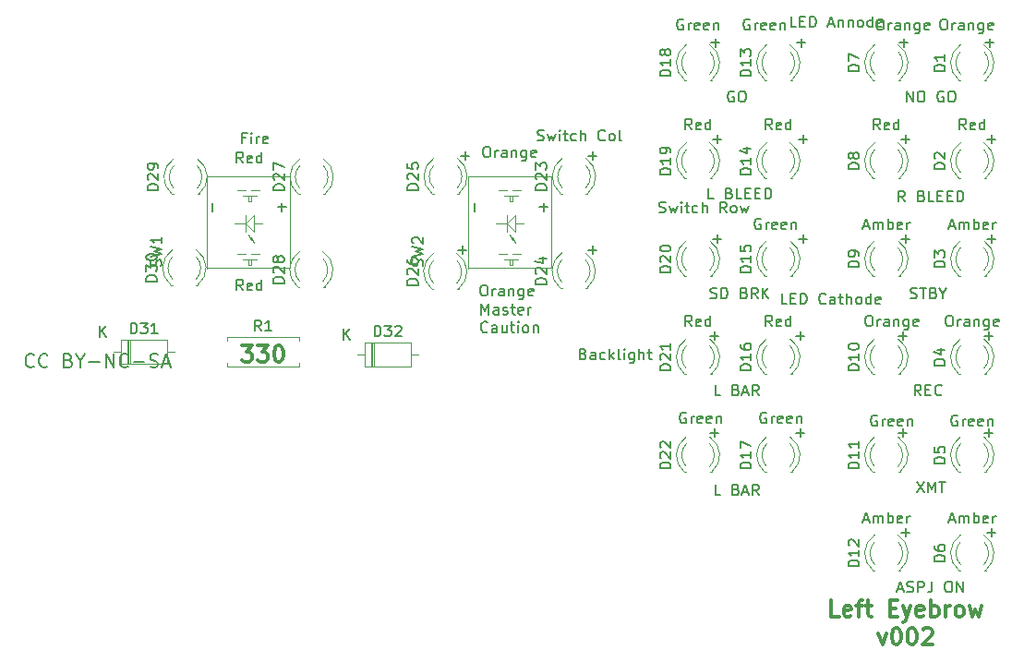
<source format=gbr>
G04 #@! TF.GenerationSoftware,KiCad,Pcbnew,(5.1.5-0-10_14)*
G04 #@! TF.CreationDate,2020-07-26T13:08:41+10:00*
G04 #@! TF.ProjectId,EWI_Left,4557495f-4c65-4667-942e-6b696361645f,-*
G04 #@! TF.SameCoordinates,Original*
G04 #@! TF.FileFunction,Legend,Top*
G04 #@! TF.FilePolarity,Positive*
%FSLAX46Y46*%
G04 Gerber Fmt 4.6, Leading zero omitted, Abs format (unit mm)*
G04 Created by KiCad (PCBNEW (5.1.5-0-10_14)) date 2020-07-26 13:08:41*
%MOMM*%
%LPD*%
G04 APERTURE LIST*
%ADD10C,0.300000*%
%ADD11C,0.150000*%
%ADD12C,0.200000*%
%ADD13C,0.120000*%
G04 APERTURE END LIST*
D10*
X122062857Y-90789571D02*
X121348571Y-90789571D01*
X121348571Y-89289571D01*
X123134285Y-90718142D02*
X122991428Y-90789571D01*
X122705714Y-90789571D01*
X122562857Y-90718142D01*
X122491428Y-90575285D01*
X122491428Y-90003857D01*
X122562857Y-89861000D01*
X122705714Y-89789571D01*
X122991428Y-89789571D01*
X123134285Y-89861000D01*
X123205714Y-90003857D01*
X123205714Y-90146714D01*
X122491428Y-90289571D01*
X123634285Y-89789571D02*
X124205714Y-89789571D01*
X123848571Y-90789571D02*
X123848571Y-89503857D01*
X123920000Y-89361000D01*
X124062857Y-89289571D01*
X124205714Y-89289571D01*
X124491428Y-89789571D02*
X125062857Y-89789571D01*
X124705714Y-89289571D02*
X124705714Y-90575285D01*
X124777142Y-90718142D01*
X124920000Y-90789571D01*
X125062857Y-90789571D01*
X126705714Y-90003857D02*
X127205714Y-90003857D01*
X127420000Y-90789571D02*
X126705714Y-90789571D01*
X126705714Y-89289571D01*
X127420000Y-89289571D01*
X127920000Y-89789571D02*
X128277142Y-90789571D01*
X128634285Y-89789571D02*
X128277142Y-90789571D01*
X128134285Y-91146714D01*
X128062857Y-91218142D01*
X127920000Y-91289571D01*
X129777142Y-90718142D02*
X129634285Y-90789571D01*
X129348571Y-90789571D01*
X129205714Y-90718142D01*
X129134285Y-90575285D01*
X129134285Y-90003857D01*
X129205714Y-89861000D01*
X129348571Y-89789571D01*
X129634285Y-89789571D01*
X129777142Y-89861000D01*
X129848571Y-90003857D01*
X129848571Y-90146714D01*
X129134285Y-90289571D01*
X130491428Y-90789571D02*
X130491428Y-89289571D01*
X130491428Y-89861000D02*
X130634285Y-89789571D01*
X130920000Y-89789571D01*
X131062857Y-89861000D01*
X131134285Y-89932428D01*
X131205714Y-90075285D01*
X131205714Y-90503857D01*
X131134285Y-90646714D01*
X131062857Y-90718142D01*
X130920000Y-90789571D01*
X130634285Y-90789571D01*
X130491428Y-90718142D01*
X131848571Y-90789571D02*
X131848571Y-89789571D01*
X131848571Y-90075285D02*
X131920000Y-89932428D01*
X131991428Y-89861000D01*
X132134285Y-89789571D01*
X132277142Y-89789571D01*
X132991428Y-90789571D02*
X132848571Y-90718142D01*
X132777142Y-90646714D01*
X132705714Y-90503857D01*
X132705714Y-90075285D01*
X132777142Y-89932428D01*
X132848571Y-89861000D01*
X132991428Y-89789571D01*
X133205714Y-89789571D01*
X133348571Y-89861000D01*
X133420000Y-89932428D01*
X133491428Y-90075285D01*
X133491428Y-90503857D01*
X133420000Y-90646714D01*
X133348571Y-90718142D01*
X133205714Y-90789571D01*
X132991428Y-90789571D01*
X133991428Y-89789571D02*
X134277142Y-90789571D01*
X134562857Y-90075285D01*
X134848571Y-90789571D01*
X135134285Y-89789571D01*
X125670000Y-92339571D02*
X126027142Y-93339571D01*
X126384285Y-92339571D01*
X127241428Y-91839571D02*
X127384285Y-91839571D01*
X127527142Y-91911000D01*
X127598571Y-91982428D01*
X127670000Y-92125285D01*
X127741428Y-92411000D01*
X127741428Y-92768142D01*
X127670000Y-93053857D01*
X127598571Y-93196714D01*
X127527142Y-93268142D01*
X127384285Y-93339571D01*
X127241428Y-93339571D01*
X127098571Y-93268142D01*
X127027142Y-93196714D01*
X126955714Y-93053857D01*
X126884285Y-92768142D01*
X126884285Y-92411000D01*
X126955714Y-92125285D01*
X127027142Y-91982428D01*
X127098571Y-91911000D01*
X127241428Y-91839571D01*
X128670000Y-91839571D02*
X128812857Y-91839571D01*
X128955714Y-91911000D01*
X129027142Y-91982428D01*
X129098571Y-92125285D01*
X129170000Y-92411000D01*
X129170000Y-92768142D01*
X129098571Y-93053857D01*
X129027142Y-93196714D01*
X128955714Y-93268142D01*
X128812857Y-93339571D01*
X128670000Y-93339571D01*
X128527142Y-93268142D01*
X128455714Y-93196714D01*
X128384285Y-93053857D01*
X128312857Y-92768142D01*
X128312857Y-92411000D01*
X128384285Y-92125285D01*
X128455714Y-91982428D01*
X128527142Y-91911000D01*
X128670000Y-91839571D01*
X129741428Y-91982428D02*
X129812857Y-91911000D01*
X129955714Y-91839571D01*
X130312857Y-91839571D01*
X130455714Y-91911000D01*
X130527142Y-91982428D01*
X130598571Y-92125285D01*
X130598571Y-92268142D01*
X130527142Y-92482428D01*
X129670000Y-93339571D01*
X130598571Y-93339571D01*
D11*
X87403047Y-48531428D02*
X88164952Y-48531428D01*
X87784000Y-48912380D02*
X87784000Y-48150476D01*
X87149047Y-57167428D02*
X87910952Y-57167428D01*
X87530000Y-57548380D02*
X87530000Y-56786476D01*
X99087047Y-57167428D02*
X99848952Y-57167428D01*
X99468000Y-57548380D02*
X99468000Y-56786476D01*
X99087047Y-48531428D02*
X99848952Y-48531428D01*
X99468000Y-48912380D02*
X99468000Y-48150476D01*
X110325655Y-38143993D02*
X111087560Y-38143993D01*
X110706608Y-38524945D02*
X110706608Y-37763041D01*
X127597655Y-38143993D02*
X128359560Y-38143993D01*
X127978608Y-38524945D02*
X127978608Y-37763041D01*
X118199655Y-38143993D02*
X118961560Y-38143993D01*
X118580608Y-38524945D02*
X118580608Y-37763041D01*
X135471655Y-38143993D02*
X136233560Y-38143993D01*
X135852608Y-38524945D02*
X135852608Y-37763041D01*
X135663047Y-47007428D02*
X136424952Y-47007428D01*
X136044000Y-47388380D02*
X136044000Y-46626476D01*
X118391047Y-47007428D02*
X119152952Y-47007428D01*
X118772000Y-47388380D02*
X118772000Y-46626476D01*
X127789047Y-47007428D02*
X128550952Y-47007428D01*
X128170000Y-47388380D02*
X128170000Y-46626476D01*
X110517047Y-47007428D02*
X111278952Y-47007428D01*
X110898000Y-47388380D02*
X110898000Y-46626476D01*
X127789047Y-56151428D02*
X128550952Y-56151428D01*
X128170000Y-56532380D02*
X128170000Y-55770476D01*
X110517047Y-56151428D02*
X111278952Y-56151428D01*
X110898000Y-56532380D02*
X110898000Y-55770476D01*
X118391047Y-56151428D02*
X119152952Y-56151428D01*
X118772000Y-56532380D02*
X118772000Y-55770476D01*
X135663047Y-56151428D02*
X136424952Y-56151428D01*
X136044000Y-56532380D02*
X136044000Y-55770476D01*
X135409047Y-65041428D02*
X136170952Y-65041428D01*
X135790000Y-65422380D02*
X135790000Y-64660476D01*
X118137047Y-65041428D02*
X118898952Y-65041428D01*
X118518000Y-65422380D02*
X118518000Y-64660476D01*
X127535047Y-65041428D02*
X128296952Y-65041428D01*
X127916000Y-65422380D02*
X127916000Y-64660476D01*
X110263047Y-65041428D02*
X111024952Y-65041428D01*
X110644000Y-65422380D02*
X110644000Y-64660476D01*
X118137047Y-73931428D02*
X118898952Y-73931428D01*
X118518000Y-74312380D02*
X118518000Y-73550476D01*
X110263047Y-73931428D02*
X111024952Y-73931428D01*
X110644000Y-74312380D02*
X110644000Y-73550476D01*
X127535047Y-73931428D02*
X128296952Y-73931428D01*
X127916000Y-74312380D02*
X127916000Y-73550476D01*
X135409047Y-73931428D02*
X136170952Y-73931428D01*
X135790000Y-74312380D02*
X135790000Y-73550476D01*
X135663047Y-83075428D02*
X136424952Y-83075428D01*
X136044000Y-83456380D02*
X136044000Y-82694476D01*
X127789047Y-83075428D02*
X128550952Y-83075428D01*
X128170000Y-83456380D02*
X128170000Y-82694476D01*
X124296761Y-81900666D02*
X124772952Y-81900666D01*
X124201523Y-82186380D02*
X124534857Y-81186380D01*
X124868190Y-82186380D01*
X125201523Y-82186380D02*
X125201523Y-81519714D01*
X125201523Y-81614952D02*
X125249142Y-81567333D01*
X125344380Y-81519714D01*
X125487238Y-81519714D01*
X125582476Y-81567333D01*
X125630095Y-81662571D01*
X125630095Y-82186380D01*
X125630095Y-81662571D02*
X125677714Y-81567333D01*
X125772952Y-81519714D01*
X125915809Y-81519714D01*
X126011047Y-81567333D01*
X126058666Y-81662571D01*
X126058666Y-82186380D01*
X126534857Y-82186380D02*
X126534857Y-81186380D01*
X126534857Y-81567333D02*
X126630095Y-81519714D01*
X126820571Y-81519714D01*
X126915809Y-81567333D01*
X126963428Y-81614952D01*
X127011047Y-81710190D01*
X127011047Y-81995904D01*
X126963428Y-82091142D01*
X126915809Y-82138761D01*
X126820571Y-82186380D01*
X126630095Y-82186380D01*
X126534857Y-82138761D01*
X127820571Y-82138761D02*
X127725333Y-82186380D01*
X127534857Y-82186380D01*
X127439619Y-82138761D01*
X127392000Y-82043523D01*
X127392000Y-81662571D01*
X127439619Y-81567333D01*
X127534857Y-81519714D01*
X127725333Y-81519714D01*
X127820571Y-81567333D01*
X127868190Y-81662571D01*
X127868190Y-81757809D01*
X127392000Y-81853047D01*
X128296761Y-82186380D02*
X128296761Y-81519714D01*
X128296761Y-81710190D02*
X128344380Y-81614952D01*
X128392000Y-81567333D01*
X128487238Y-81519714D01*
X128582476Y-81519714D01*
X132170761Y-81900666D02*
X132646952Y-81900666D01*
X132075523Y-82186380D02*
X132408857Y-81186380D01*
X132742190Y-82186380D01*
X133075523Y-82186380D02*
X133075523Y-81519714D01*
X133075523Y-81614952D02*
X133123142Y-81567333D01*
X133218380Y-81519714D01*
X133361238Y-81519714D01*
X133456476Y-81567333D01*
X133504095Y-81662571D01*
X133504095Y-82186380D01*
X133504095Y-81662571D02*
X133551714Y-81567333D01*
X133646952Y-81519714D01*
X133789809Y-81519714D01*
X133885047Y-81567333D01*
X133932666Y-81662571D01*
X133932666Y-82186380D01*
X134408857Y-82186380D02*
X134408857Y-81186380D01*
X134408857Y-81567333D02*
X134504095Y-81519714D01*
X134694571Y-81519714D01*
X134789809Y-81567333D01*
X134837428Y-81614952D01*
X134885047Y-81710190D01*
X134885047Y-81995904D01*
X134837428Y-82091142D01*
X134789809Y-82138761D01*
X134694571Y-82186380D01*
X134504095Y-82186380D01*
X134408857Y-82138761D01*
X135694571Y-82138761D02*
X135599333Y-82186380D01*
X135408857Y-82186380D01*
X135313619Y-82138761D01*
X135266000Y-82043523D01*
X135266000Y-81662571D01*
X135313619Y-81567333D01*
X135408857Y-81519714D01*
X135599333Y-81519714D01*
X135694571Y-81567333D01*
X135742190Y-81662571D01*
X135742190Y-81757809D01*
X135266000Y-81853047D01*
X136170761Y-82186380D02*
X136170761Y-81519714D01*
X136170761Y-81710190D02*
X136218380Y-81614952D01*
X136266000Y-81567333D01*
X136361238Y-81519714D01*
X136456476Y-81519714D01*
X124709523Y-63152380D02*
X124900000Y-63152380D01*
X124995238Y-63200000D01*
X125090476Y-63295238D01*
X125138095Y-63485714D01*
X125138095Y-63819047D01*
X125090476Y-64009523D01*
X124995238Y-64104761D01*
X124900000Y-64152380D01*
X124709523Y-64152380D01*
X124614285Y-64104761D01*
X124519047Y-64009523D01*
X124471428Y-63819047D01*
X124471428Y-63485714D01*
X124519047Y-63295238D01*
X124614285Y-63200000D01*
X124709523Y-63152380D01*
X125566666Y-64152380D02*
X125566666Y-63485714D01*
X125566666Y-63676190D02*
X125614285Y-63580952D01*
X125661904Y-63533333D01*
X125757142Y-63485714D01*
X125852380Y-63485714D01*
X126614285Y-64152380D02*
X126614285Y-63628571D01*
X126566666Y-63533333D01*
X126471428Y-63485714D01*
X126280952Y-63485714D01*
X126185714Y-63533333D01*
X126614285Y-64104761D02*
X126519047Y-64152380D01*
X126280952Y-64152380D01*
X126185714Y-64104761D01*
X126138095Y-64009523D01*
X126138095Y-63914285D01*
X126185714Y-63819047D01*
X126280952Y-63771428D01*
X126519047Y-63771428D01*
X126614285Y-63723809D01*
X127090476Y-63485714D02*
X127090476Y-64152380D01*
X127090476Y-63580952D02*
X127138095Y-63533333D01*
X127233333Y-63485714D01*
X127376190Y-63485714D01*
X127471428Y-63533333D01*
X127519047Y-63628571D01*
X127519047Y-64152380D01*
X128423809Y-63485714D02*
X128423809Y-64295238D01*
X128376190Y-64390476D01*
X128328571Y-64438095D01*
X128233333Y-64485714D01*
X128090476Y-64485714D01*
X127995238Y-64438095D01*
X128423809Y-64104761D02*
X128328571Y-64152380D01*
X128138095Y-64152380D01*
X128042857Y-64104761D01*
X127995238Y-64057142D01*
X127947619Y-63961904D01*
X127947619Y-63676190D01*
X127995238Y-63580952D01*
X128042857Y-63533333D01*
X128138095Y-63485714D01*
X128328571Y-63485714D01*
X128423809Y-63533333D01*
X129280952Y-64104761D02*
X129185714Y-64152380D01*
X128995238Y-64152380D01*
X128900000Y-64104761D01*
X128852380Y-64009523D01*
X128852380Y-63628571D01*
X128900000Y-63533333D01*
X128995238Y-63485714D01*
X129185714Y-63485714D01*
X129280952Y-63533333D01*
X129328571Y-63628571D01*
X129328571Y-63723809D01*
X128852380Y-63819047D01*
X132075523Y-63152380D02*
X132266000Y-63152380D01*
X132361238Y-63200000D01*
X132456476Y-63295238D01*
X132504095Y-63485714D01*
X132504095Y-63819047D01*
X132456476Y-64009523D01*
X132361238Y-64104761D01*
X132266000Y-64152380D01*
X132075523Y-64152380D01*
X131980285Y-64104761D01*
X131885047Y-64009523D01*
X131837428Y-63819047D01*
X131837428Y-63485714D01*
X131885047Y-63295238D01*
X131980285Y-63200000D01*
X132075523Y-63152380D01*
X132932666Y-64152380D02*
X132932666Y-63485714D01*
X132932666Y-63676190D02*
X132980285Y-63580952D01*
X133027904Y-63533333D01*
X133123142Y-63485714D01*
X133218380Y-63485714D01*
X133980285Y-64152380D02*
X133980285Y-63628571D01*
X133932666Y-63533333D01*
X133837428Y-63485714D01*
X133646952Y-63485714D01*
X133551714Y-63533333D01*
X133980285Y-64104761D02*
X133885047Y-64152380D01*
X133646952Y-64152380D01*
X133551714Y-64104761D01*
X133504095Y-64009523D01*
X133504095Y-63914285D01*
X133551714Y-63819047D01*
X133646952Y-63771428D01*
X133885047Y-63771428D01*
X133980285Y-63723809D01*
X134456476Y-63485714D02*
X134456476Y-64152380D01*
X134456476Y-63580952D02*
X134504095Y-63533333D01*
X134599333Y-63485714D01*
X134742190Y-63485714D01*
X134837428Y-63533333D01*
X134885047Y-63628571D01*
X134885047Y-64152380D01*
X135789809Y-63485714D02*
X135789809Y-64295238D01*
X135742190Y-64390476D01*
X135694571Y-64438095D01*
X135599333Y-64485714D01*
X135456476Y-64485714D01*
X135361238Y-64438095D01*
X135789809Y-64104761D02*
X135694571Y-64152380D01*
X135504095Y-64152380D01*
X135408857Y-64104761D01*
X135361238Y-64057142D01*
X135313619Y-63961904D01*
X135313619Y-63676190D01*
X135361238Y-63580952D01*
X135408857Y-63533333D01*
X135504095Y-63485714D01*
X135694571Y-63485714D01*
X135789809Y-63533333D01*
X136646952Y-64104761D02*
X136551714Y-64152380D01*
X136361238Y-64152380D01*
X136266000Y-64104761D01*
X136218380Y-64009523D01*
X136218380Y-63628571D01*
X136266000Y-63533333D01*
X136361238Y-63485714D01*
X136551714Y-63485714D01*
X136646952Y-63533333D01*
X136694571Y-63628571D01*
X136694571Y-63723809D01*
X136218380Y-63819047D01*
X132908857Y-72344000D02*
X132813619Y-72296380D01*
X132670761Y-72296380D01*
X132527904Y-72344000D01*
X132432666Y-72439238D01*
X132385047Y-72534476D01*
X132337428Y-72724952D01*
X132337428Y-72867809D01*
X132385047Y-73058285D01*
X132432666Y-73153523D01*
X132527904Y-73248761D01*
X132670761Y-73296380D01*
X132766000Y-73296380D01*
X132908857Y-73248761D01*
X132956476Y-73201142D01*
X132956476Y-72867809D01*
X132766000Y-72867809D01*
X133385047Y-73296380D02*
X133385047Y-72629714D01*
X133385047Y-72820190D02*
X133432666Y-72724952D01*
X133480285Y-72677333D01*
X133575523Y-72629714D01*
X133670761Y-72629714D01*
X134385047Y-73248761D02*
X134289809Y-73296380D01*
X134099333Y-73296380D01*
X134004095Y-73248761D01*
X133956476Y-73153523D01*
X133956476Y-72772571D01*
X134004095Y-72677333D01*
X134099333Y-72629714D01*
X134289809Y-72629714D01*
X134385047Y-72677333D01*
X134432666Y-72772571D01*
X134432666Y-72867809D01*
X133956476Y-72963047D01*
X135242190Y-73248761D02*
X135146952Y-73296380D01*
X134956476Y-73296380D01*
X134861238Y-73248761D01*
X134813619Y-73153523D01*
X134813619Y-72772571D01*
X134861238Y-72677333D01*
X134956476Y-72629714D01*
X135146952Y-72629714D01*
X135242190Y-72677333D01*
X135289809Y-72772571D01*
X135289809Y-72867809D01*
X134813619Y-72963047D01*
X135718380Y-72629714D02*
X135718380Y-73296380D01*
X135718380Y-72724952D02*
X135766000Y-72677333D01*
X135861238Y-72629714D01*
X136004095Y-72629714D01*
X136099333Y-72677333D01*
X136146952Y-72772571D01*
X136146952Y-73296380D01*
X125542857Y-72344000D02*
X125447619Y-72296380D01*
X125304761Y-72296380D01*
X125161904Y-72344000D01*
X125066666Y-72439238D01*
X125019047Y-72534476D01*
X124971428Y-72724952D01*
X124971428Y-72867809D01*
X125019047Y-73058285D01*
X125066666Y-73153523D01*
X125161904Y-73248761D01*
X125304761Y-73296380D01*
X125400000Y-73296380D01*
X125542857Y-73248761D01*
X125590476Y-73201142D01*
X125590476Y-72867809D01*
X125400000Y-72867809D01*
X126019047Y-73296380D02*
X126019047Y-72629714D01*
X126019047Y-72820190D02*
X126066666Y-72724952D01*
X126114285Y-72677333D01*
X126209523Y-72629714D01*
X126304761Y-72629714D01*
X127019047Y-73248761D02*
X126923809Y-73296380D01*
X126733333Y-73296380D01*
X126638095Y-73248761D01*
X126590476Y-73153523D01*
X126590476Y-72772571D01*
X126638095Y-72677333D01*
X126733333Y-72629714D01*
X126923809Y-72629714D01*
X127019047Y-72677333D01*
X127066666Y-72772571D01*
X127066666Y-72867809D01*
X126590476Y-72963047D01*
X127876190Y-73248761D02*
X127780952Y-73296380D01*
X127590476Y-73296380D01*
X127495238Y-73248761D01*
X127447619Y-73153523D01*
X127447619Y-72772571D01*
X127495238Y-72677333D01*
X127590476Y-72629714D01*
X127780952Y-72629714D01*
X127876190Y-72677333D01*
X127923809Y-72772571D01*
X127923809Y-72867809D01*
X127447619Y-72963047D01*
X128352380Y-72629714D02*
X128352380Y-73296380D01*
X128352380Y-72724952D02*
X128400000Y-72677333D01*
X128495238Y-72629714D01*
X128638095Y-72629714D01*
X128733333Y-72677333D01*
X128780952Y-72772571D01*
X128780952Y-73296380D01*
X111176000Y-79646380D02*
X110699809Y-79646380D01*
X110699809Y-78646380D01*
X112604571Y-79122571D02*
X112747428Y-79170190D01*
X112795047Y-79217809D01*
X112842666Y-79313047D01*
X112842666Y-79455904D01*
X112795047Y-79551142D01*
X112747428Y-79598761D01*
X112652190Y-79646380D01*
X112271238Y-79646380D01*
X112271238Y-78646380D01*
X112604571Y-78646380D01*
X112699809Y-78694000D01*
X112747428Y-78741619D01*
X112795047Y-78836857D01*
X112795047Y-78932095D01*
X112747428Y-79027333D01*
X112699809Y-79074952D01*
X112604571Y-79122571D01*
X112271238Y-79122571D01*
X113223619Y-79360666D02*
X113699809Y-79360666D01*
X113128380Y-79646380D02*
X113461714Y-78646380D01*
X113795047Y-79646380D01*
X114699809Y-79646380D02*
X114366476Y-79170190D01*
X114128380Y-79646380D02*
X114128380Y-78646380D01*
X114509333Y-78646380D01*
X114604571Y-78694000D01*
X114652190Y-78741619D01*
X114699809Y-78836857D01*
X114699809Y-78979714D01*
X114652190Y-79074952D01*
X114604571Y-79122571D01*
X114509333Y-79170190D01*
X114128380Y-79170190D01*
X115914571Y-64152380D02*
X115581238Y-63676190D01*
X115343142Y-64152380D02*
X115343142Y-63152380D01*
X115724095Y-63152380D01*
X115819333Y-63200000D01*
X115866952Y-63247619D01*
X115914571Y-63342857D01*
X115914571Y-63485714D01*
X115866952Y-63580952D01*
X115819333Y-63628571D01*
X115724095Y-63676190D01*
X115343142Y-63676190D01*
X116724095Y-64104761D02*
X116628857Y-64152380D01*
X116438380Y-64152380D01*
X116343142Y-64104761D01*
X116295523Y-64009523D01*
X116295523Y-63628571D01*
X116343142Y-63533333D01*
X116438380Y-63485714D01*
X116628857Y-63485714D01*
X116724095Y-63533333D01*
X116771714Y-63628571D01*
X116771714Y-63723809D01*
X116295523Y-63819047D01*
X117628857Y-64152380D02*
X117628857Y-63152380D01*
X117628857Y-64104761D02*
X117533619Y-64152380D01*
X117343142Y-64152380D01*
X117247904Y-64104761D01*
X117200285Y-64057142D01*
X117152666Y-63961904D01*
X117152666Y-63676190D01*
X117200285Y-63580952D01*
X117247904Y-63533333D01*
X117343142Y-63485714D01*
X117533619Y-63485714D01*
X117628857Y-63533333D01*
X127432190Y-88250666D02*
X127908380Y-88250666D01*
X127336952Y-88536380D02*
X127670285Y-87536380D01*
X128003619Y-88536380D01*
X128289333Y-88488761D02*
X128432190Y-88536380D01*
X128670285Y-88536380D01*
X128765523Y-88488761D01*
X128813142Y-88441142D01*
X128860761Y-88345904D01*
X128860761Y-88250666D01*
X128813142Y-88155428D01*
X128765523Y-88107809D01*
X128670285Y-88060190D01*
X128479809Y-88012571D01*
X128384571Y-87964952D01*
X128336952Y-87917333D01*
X128289333Y-87822095D01*
X128289333Y-87726857D01*
X128336952Y-87631619D01*
X128384571Y-87584000D01*
X128479809Y-87536380D01*
X128717904Y-87536380D01*
X128860761Y-87584000D01*
X129289333Y-88536380D02*
X129289333Y-87536380D01*
X129670285Y-87536380D01*
X129765523Y-87584000D01*
X129813142Y-87631619D01*
X129860761Y-87726857D01*
X129860761Y-87869714D01*
X129813142Y-87964952D01*
X129765523Y-88012571D01*
X129670285Y-88060190D01*
X129289333Y-88060190D01*
X130575047Y-87536380D02*
X130575047Y-88250666D01*
X130527428Y-88393523D01*
X130432190Y-88488761D01*
X130289333Y-88536380D01*
X130194095Y-88536380D01*
X132003619Y-87536380D02*
X132194095Y-87536380D01*
X132289333Y-87584000D01*
X132384571Y-87679238D01*
X132432190Y-87869714D01*
X132432190Y-88203047D01*
X132384571Y-88393523D01*
X132289333Y-88488761D01*
X132194095Y-88536380D01*
X132003619Y-88536380D01*
X131908380Y-88488761D01*
X131813142Y-88393523D01*
X131765523Y-88203047D01*
X131765523Y-87869714D01*
X131813142Y-87679238D01*
X131908380Y-87584000D01*
X132003619Y-87536380D01*
X132860761Y-88536380D02*
X132860761Y-87536380D01*
X133432190Y-88536380D01*
X133432190Y-87536380D01*
X129170285Y-78392380D02*
X129836952Y-79392380D01*
X129836952Y-78392380D02*
X129170285Y-79392380D01*
X130217904Y-79392380D02*
X130217904Y-78392380D01*
X130551238Y-79106666D01*
X130884571Y-78392380D01*
X130884571Y-79392380D01*
X131217904Y-78392380D02*
X131789333Y-78392380D01*
X131503619Y-79392380D02*
X131503619Y-78392380D01*
X129559142Y-70502380D02*
X129225809Y-70026190D01*
X128987714Y-70502380D02*
X128987714Y-69502380D01*
X129368666Y-69502380D01*
X129463904Y-69550000D01*
X129511523Y-69597619D01*
X129559142Y-69692857D01*
X129559142Y-69835714D01*
X129511523Y-69930952D01*
X129463904Y-69978571D01*
X129368666Y-70026190D01*
X128987714Y-70026190D01*
X129987714Y-69978571D02*
X130321047Y-69978571D01*
X130463904Y-70502380D02*
X129987714Y-70502380D01*
X129987714Y-69502380D01*
X130463904Y-69502380D01*
X131463904Y-70407142D02*
X131416285Y-70454761D01*
X131273428Y-70502380D01*
X131178190Y-70502380D01*
X131035333Y-70454761D01*
X130940095Y-70359523D01*
X130892476Y-70264285D01*
X130844857Y-70073809D01*
X130844857Y-69930952D01*
X130892476Y-69740476D01*
X130940095Y-69645238D01*
X131035333Y-69550000D01*
X131178190Y-69502380D01*
X131273428Y-69502380D01*
X131416285Y-69550000D01*
X131463904Y-69597619D01*
X111176000Y-70502380D02*
X110699809Y-70502380D01*
X110699809Y-69502380D01*
X112604571Y-69978571D02*
X112747428Y-70026190D01*
X112795047Y-70073809D01*
X112842666Y-70169047D01*
X112842666Y-70311904D01*
X112795047Y-70407142D01*
X112747428Y-70454761D01*
X112652190Y-70502380D01*
X112271238Y-70502380D01*
X112271238Y-69502380D01*
X112604571Y-69502380D01*
X112699809Y-69550000D01*
X112747428Y-69597619D01*
X112795047Y-69692857D01*
X112795047Y-69788095D01*
X112747428Y-69883333D01*
X112699809Y-69930952D01*
X112604571Y-69978571D01*
X112271238Y-69978571D01*
X113223619Y-70216666D02*
X113699809Y-70216666D01*
X113128380Y-70502380D02*
X113461714Y-69502380D01*
X113795047Y-70502380D01*
X114699809Y-70502380D02*
X114366476Y-70026190D01*
X114128380Y-70502380D02*
X114128380Y-69502380D01*
X114509333Y-69502380D01*
X114604571Y-69550000D01*
X114652190Y-69597619D01*
X114699809Y-69692857D01*
X114699809Y-69835714D01*
X114652190Y-69930952D01*
X114604571Y-69978571D01*
X114509333Y-70026190D01*
X114128380Y-70026190D01*
X115382857Y-72090000D02*
X115287619Y-72042380D01*
X115144761Y-72042380D01*
X115001904Y-72090000D01*
X114906666Y-72185238D01*
X114859047Y-72280476D01*
X114811428Y-72470952D01*
X114811428Y-72613809D01*
X114859047Y-72804285D01*
X114906666Y-72899523D01*
X115001904Y-72994761D01*
X115144761Y-73042380D01*
X115240000Y-73042380D01*
X115382857Y-72994761D01*
X115430476Y-72947142D01*
X115430476Y-72613809D01*
X115240000Y-72613809D01*
X115859047Y-73042380D02*
X115859047Y-72375714D01*
X115859047Y-72566190D02*
X115906666Y-72470952D01*
X115954285Y-72423333D01*
X116049523Y-72375714D01*
X116144761Y-72375714D01*
X116859047Y-72994761D02*
X116763809Y-73042380D01*
X116573333Y-73042380D01*
X116478095Y-72994761D01*
X116430476Y-72899523D01*
X116430476Y-72518571D01*
X116478095Y-72423333D01*
X116573333Y-72375714D01*
X116763809Y-72375714D01*
X116859047Y-72423333D01*
X116906666Y-72518571D01*
X116906666Y-72613809D01*
X116430476Y-72709047D01*
X117716190Y-72994761D02*
X117620952Y-73042380D01*
X117430476Y-73042380D01*
X117335238Y-72994761D01*
X117287619Y-72899523D01*
X117287619Y-72518571D01*
X117335238Y-72423333D01*
X117430476Y-72375714D01*
X117620952Y-72375714D01*
X117716190Y-72423333D01*
X117763809Y-72518571D01*
X117763809Y-72613809D01*
X117287619Y-72709047D01*
X118192380Y-72375714D02*
X118192380Y-73042380D01*
X118192380Y-72470952D02*
X118240000Y-72423333D01*
X118335238Y-72375714D01*
X118478095Y-72375714D01*
X118573333Y-72423333D01*
X118620952Y-72518571D01*
X118620952Y-73042380D01*
X110263333Y-61564761D02*
X110406190Y-61612380D01*
X110644285Y-61612380D01*
X110739523Y-61564761D01*
X110787142Y-61517142D01*
X110834761Y-61421904D01*
X110834761Y-61326666D01*
X110787142Y-61231428D01*
X110739523Y-61183809D01*
X110644285Y-61136190D01*
X110453809Y-61088571D01*
X110358571Y-61040952D01*
X110310952Y-60993333D01*
X110263333Y-60898095D01*
X110263333Y-60802857D01*
X110310952Y-60707619D01*
X110358571Y-60660000D01*
X110453809Y-60612380D01*
X110691904Y-60612380D01*
X110834761Y-60660000D01*
X111263333Y-61612380D02*
X111263333Y-60612380D01*
X111501428Y-60612380D01*
X111644285Y-60660000D01*
X111739523Y-60755238D01*
X111787142Y-60850476D01*
X111834761Y-61040952D01*
X111834761Y-61183809D01*
X111787142Y-61374285D01*
X111739523Y-61469523D01*
X111644285Y-61564761D01*
X111501428Y-61612380D01*
X111263333Y-61612380D01*
X113358571Y-61088571D02*
X113501428Y-61136190D01*
X113549047Y-61183809D01*
X113596666Y-61279047D01*
X113596666Y-61421904D01*
X113549047Y-61517142D01*
X113501428Y-61564761D01*
X113406190Y-61612380D01*
X113025238Y-61612380D01*
X113025238Y-60612380D01*
X113358571Y-60612380D01*
X113453809Y-60660000D01*
X113501428Y-60707619D01*
X113549047Y-60802857D01*
X113549047Y-60898095D01*
X113501428Y-60993333D01*
X113453809Y-61040952D01*
X113358571Y-61088571D01*
X113025238Y-61088571D01*
X114596666Y-61612380D02*
X114263333Y-61136190D01*
X114025238Y-61612380D02*
X114025238Y-60612380D01*
X114406190Y-60612380D01*
X114501428Y-60660000D01*
X114549047Y-60707619D01*
X114596666Y-60802857D01*
X114596666Y-60945714D01*
X114549047Y-61040952D01*
X114501428Y-61088571D01*
X114406190Y-61136190D01*
X114025238Y-61136190D01*
X115025238Y-61612380D02*
X115025238Y-60612380D01*
X115596666Y-61612380D02*
X115168095Y-61040952D01*
X115596666Y-60612380D02*
X115025238Y-61183809D01*
X132170761Y-54976666D02*
X132646952Y-54976666D01*
X132075523Y-55262380D02*
X132408857Y-54262380D01*
X132742190Y-55262380D01*
X133075523Y-55262380D02*
X133075523Y-54595714D01*
X133075523Y-54690952D02*
X133123142Y-54643333D01*
X133218380Y-54595714D01*
X133361238Y-54595714D01*
X133456476Y-54643333D01*
X133504095Y-54738571D01*
X133504095Y-55262380D01*
X133504095Y-54738571D02*
X133551714Y-54643333D01*
X133646952Y-54595714D01*
X133789809Y-54595714D01*
X133885047Y-54643333D01*
X133932666Y-54738571D01*
X133932666Y-55262380D01*
X134408857Y-55262380D02*
X134408857Y-54262380D01*
X134408857Y-54643333D02*
X134504095Y-54595714D01*
X134694571Y-54595714D01*
X134789809Y-54643333D01*
X134837428Y-54690952D01*
X134885047Y-54786190D01*
X134885047Y-55071904D01*
X134837428Y-55167142D01*
X134789809Y-55214761D01*
X134694571Y-55262380D01*
X134504095Y-55262380D01*
X134408857Y-55214761D01*
X135694571Y-55214761D02*
X135599333Y-55262380D01*
X135408857Y-55262380D01*
X135313619Y-55214761D01*
X135266000Y-55119523D01*
X135266000Y-54738571D01*
X135313619Y-54643333D01*
X135408857Y-54595714D01*
X135599333Y-54595714D01*
X135694571Y-54643333D01*
X135742190Y-54738571D01*
X135742190Y-54833809D01*
X135266000Y-54929047D01*
X136170761Y-55262380D02*
X136170761Y-54595714D01*
X136170761Y-54786190D02*
X136218380Y-54690952D01*
X136266000Y-54643333D01*
X136361238Y-54595714D01*
X136456476Y-54595714D01*
X124296761Y-54976666D02*
X124772952Y-54976666D01*
X124201523Y-55262380D02*
X124534857Y-54262380D01*
X124868190Y-55262380D01*
X125201523Y-55262380D02*
X125201523Y-54595714D01*
X125201523Y-54690952D02*
X125249142Y-54643333D01*
X125344380Y-54595714D01*
X125487238Y-54595714D01*
X125582476Y-54643333D01*
X125630095Y-54738571D01*
X125630095Y-55262380D01*
X125630095Y-54738571D02*
X125677714Y-54643333D01*
X125772952Y-54595714D01*
X125915809Y-54595714D01*
X126011047Y-54643333D01*
X126058666Y-54738571D01*
X126058666Y-55262380D01*
X126534857Y-55262380D02*
X126534857Y-54262380D01*
X126534857Y-54643333D02*
X126630095Y-54595714D01*
X126820571Y-54595714D01*
X126915809Y-54643333D01*
X126963428Y-54690952D01*
X127011047Y-54786190D01*
X127011047Y-55071904D01*
X126963428Y-55167142D01*
X126915809Y-55214761D01*
X126820571Y-55262380D01*
X126630095Y-55262380D01*
X126534857Y-55214761D01*
X127820571Y-55214761D02*
X127725333Y-55262380D01*
X127534857Y-55262380D01*
X127439619Y-55214761D01*
X127392000Y-55119523D01*
X127392000Y-54738571D01*
X127439619Y-54643333D01*
X127534857Y-54595714D01*
X127725333Y-54595714D01*
X127820571Y-54643333D01*
X127868190Y-54738571D01*
X127868190Y-54833809D01*
X127392000Y-54929047D01*
X128296761Y-55262380D02*
X128296761Y-54595714D01*
X128296761Y-54786190D02*
X128344380Y-54690952D01*
X128392000Y-54643333D01*
X128487238Y-54595714D01*
X128582476Y-54595714D01*
X128606761Y-61564761D02*
X128749619Y-61612380D01*
X128987714Y-61612380D01*
X129082952Y-61564761D01*
X129130571Y-61517142D01*
X129178190Y-61421904D01*
X129178190Y-61326666D01*
X129130571Y-61231428D01*
X129082952Y-61183809D01*
X128987714Y-61136190D01*
X128797238Y-61088571D01*
X128702000Y-61040952D01*
X128654380Y-60993333D01*
X128606761Y-60898095D01*
X128606761Y-60802857D01*
X128654380Y-60707619D01*
X128702000Y-60660000D01*
X128797238Y-60612380D01*
X129035333Y-60612380D01*
X129178190Y-60660000D01*
X129463904Y-60612380D02*
X130035333Y-60612380D01*
X129749619Y-61612380D02*
X129749619Y-60612380D01*
X130702000Y-61088571D02*
X130844857Y-61136190D01*
X130892476Y-61183809D01*
X130940095Y-61279047D01*
X130940095Y-61421904D01*
X130892476Y-61517142D01*
X130844857Y-61564761D01*
X130749619Y-61612380D01*
X130368666Y-61612380D01*
X130368666Y-60612380D01*
X130702000Y-60612380D01*
X130797238Y-60660000D01*
X130844857Y-60707619D01*
X130892476Y-60802857D01*
X130892476Y-60898095D01*
X130844857Y-60993333D01*
X130797238Y-61040952D01*
X130702000Y-61088571D01*
X130368666Y-61088571D01*
X131559142Y-61136190D02*
X131559142Y-61612380D01*
X131225809Y-60612380D02*
X131559142Y-61136190D01*
X131892476Y-60612380D01*
X110549047Y-52468380D02*
X110072857Y-52468380D01*
X110072857Y-51468380D01*
X111977619Y-51944571D02*
X112120476Y-51992190D01*
X112168095Y-52039809D01*
X112215714Y-52135047D01*
X112215714Y-52277904D01*
X112168095Y-52373142D01*
X112120476Y-52420761D01*
X112025238Y-52468380D01*
X111644285Y-52468380D01*
X111644285Y-51468380D01*
X111977619Y-51468380D01*
X112072857Y-51516000D01*
X112120476Y-51563619D01*
X112168095Y-51658857D01*
X112168095Y-51754095D01*
X112120476Y-51849333D01*
X112072857Y-51896952D01*
X111977619Y-51944571D01*
X111644285Y-51944571D01*
X113120476Y-52468380D02*
X112644285Y-52468380D01*
X112644285Y-51468380D01*
X113453809Y-51944571D02*
X113787142Y-51944571D01*
X113930000Y-52468380D02*
X113453809Y-52468380D01*
X113453809Y-51468380D01*
X113930000Y-51468380D01*
X114358571Y-51944571D02*
X114691904Y-51944571D01*
X114834761Y-52468380D02*
X114358571Y-52468380D01*
X114358571Y-51468380D01*
X114834761Y-51468380D01*
X115263333Y-52468380D02*
X115263333Y-51468380D01*
X115501428Y-51468380D01*
X115644285Y-51516000D01*
X115739523Y-51611238D01*
X115787142Y-51706476D01*
X115834761Y-51896952D01*
X115834761Y-52039809D01*
X115787142Y-52230285D01*
X115739523Y-52325523D01*
X115644285Y-52420761D01*
X115501428Y-52468380D01*
X115263333Y-52468380D01*
X128075047Y-52722380D02*
X127741714Y-52246190D01*
X127503619Y-52722380D02*
X127503619Y-51722380D01*
X127884571Y-51722380D01*
X127979809Y-51770000D01*
X128027428Y-51817619D01*
X128075047Y-51912857D01*
X128075047Y-52055714D01*
X128027428Y-52150952D01*
X127979809Y-52198571D01*
X127884571Y-52246190D01*
X127503619Y-52246190D01*
X129598857Y-52198571D02*
X129741714Y-52246190D01*
X129789333Y-52293809D01*
X129836952Y-52389047D01*
X129836952Y-52531904D01*
X129789333Y-52627142D01*
X129741714Y-52674761D01*
X129646476Y-52722380D01*
X129265523Y-52722380D01*
X129265523Y-51722380D01*
X129598857Y-51722380D01*
X129694095Y-51770000D01*
X129741714Y-51817619D01*
X129789333Y-51912857D01*
X129789333Y-52008095D01*
X129741714Y-52103333D01*
X129694095Y-52150952D01*
X129598857Y-52198571D01*
X129265523Y-52198571D01*
X130741714Y-52722380D02*
X130265523Y-52722380D01*
X130265523Y-51722380D01*
X131075047Y-52198571D02*
X131408380Y-52198571D01*
X131551238Y-52722380D02*
X131075047Y-52722380D01*
X131075047Y-51722380D01*
X131551238Y-51722380D01*
X131979809Y-52198571D02*
X132313142Y-52198571D01*
X132456000Y-52722380D02*
X131979809Y-52722380D01*
X131979809Y-51722380D01*
X132456000Y-51722380D01*
X132884571Y-52722380D02*
X132884571Y-51722380D01*
X133122666Y-51722380D01*
X133265523Y-51770000D01*
X133360761Y-51865238D01*
X133408380Y-51960476D01*
X133456000Y-52150952D01*
X133456000Y-52293809D01*
X133408380Y-52484285D01*
X133360761Y-52579523D01*
X133265523Y-52674761D01*
X133122666Y-52722380D01*
X132884571Y-52722380D01*
X128241714Y-43578380D02*
X128241714Y-42578380D01*
X128813142Y-43578380D01*
X128813142Y-42578380D01*
X129479809Y-42578380D02*
X129670285Y-42578380D01*
X129765523Y-42626000D01*
X129860761Y-42721238D01*
X129908380Y-42911714D01*
X129908380Y-43245047D01*
X129860761Y-43435523D01*
X129765523Y-43530761D01*
X129670285Y-43578380D01*
X129479809Y-43578380D01*
X129384571Y-43530761D01*
X129289333Y-43435523D01*
X129241714Y-43245047D01*
X129241714Y-42911714D01*
X129289333Y-42721238D01*
X129384571Y-42626000D01*
X129479809Y-42578380D01*
X131622666Y-42626000D02*
X131527428Y-42578380D01*
X131384571Y-42578380D01*
X131241714Y-42626000D01*
X131146476Y-42721238D01*
X131098857Y-42816476D01*
X131051238Y-43006952D01*
X131051238Y-43149809D01*
X131098857Y-43340285D01*
X131146476Y-43435523D01*
X131241714Y-43530761D01*
X131384571Y-43578380D01*
X131479809Y-43578380D01*
X131622666Y-43530761D01*
X131670285Y-43483142D01*
X131670285Y-43149809D01*
X131479809Y-43149809D01*
X132289333Y-42578380D02*
X132479809Y-42578380D01*
X132575047Y-42626000D01*
X132670285Y-42721238D01*
X132717904Y-42911714D01*
X132717904Y-43245047D01*
X132670285Y-43435523D01*
X132575047Y-43530761D01*
X132479809Y-43578380D01*
X132289333Y-43578380D01*
X132194095Y-43530761D01*
X132098857Y-43435523D01*
X132051238Y-43245047D01*
X132051238Y-42911714D01*
X132098857Y-42721238D01*
X132194095Y-42626000D01*
X132289333Y-42578380D01*
X112414095Y-42626000D02*
X112318857Y-42578380D01*
X112176000Y-42578380D01*
X112033142Y-42626000D01*
X111937904Y-42721238D01*
X111890285Y-42816476D01*
X111842666Y-43006952D01*
X111842666Y-43149809D01*
X111890285Y-43340285D01*
X111937904Y-43435523D01*
X112033142Y-43530761D01*
X112176000Y-43578380D01*
X112271238Y-43578380D01*
X112414095Y-43530761D01*
X112461714Y-43483142D01*
X112461714Y-43149809D01*
X112271238Y-43149809D01*
X113080761Y-42578380D02*
X113271238Y-42578380D01*
X113366476Y-42626000D01*
X113461714Y-42721238D01*
X113509333Y-42911714D01*
X113509333Y-43245047D01*
X113461714Y-43435523D01*
X113366476Y-43530761D01*
X113271238Y-43578380D01*
X113080761Y-43578380D01*
X112985523Y-43530761D01*
X112890285Y-43435523D01*
X112842666Y-43245047D01*
X112842666Y-42911714D01*
X112890285Y-42721238D01*
X112985523Y-42626000D01*
X113080761Y-42578380D01*
X114874857Y-54310000D02*
X114779619Y-54262380D01*
X114636761Y-54262380D01*
X114493904Y-54310000D01*
X114398666Y-54405238D01*
X114351047Y-54500476D01*
X114303428Y-54690952D01*
X114303428Y-54833809D01*
X114351047Y-55024285D01*
X114398666Y-55119523D01*
X114493904Y-55214761D01*
X114636761Y-55262380D01*
X114732000Y-55262380D01*
X114874857Y-55214761D01*
X114922476Y-55167142D01*
X114922476Y-54833809D01*
X114732000Y-54833809D01*
X115351047Y-55262380D02*
X115351047Y-54595714D01*
X115351047Y-54786190D02*
X115398666Y-54690952D01*
X115446285Y-54643333D01*
X115541523Y-54595714D01*
X115636761Y-54595714D01*
X116351047Y-55214761D02*
X116255809Y-55262380D01*
X116065333Y-55262380D01*
X115970095Y-55214761D01*
X115922476Y-55119523D01*
X115922476Y-54738571D01*
X115970095Y-54643333D01*
X116065333Y-54595714D01*
X116255809Y-54595714D01*
X116351047Y-54643333D01*
X116398666Y-54738571D01*
X116398666Y-54833809D01*
X115922476Y-54929047D01*
X117208190Y-55214761D02*
X117112952Y-55262380D01*
X116922476Y-55262380D01*
X116827238Y-55214761D01*
X116779619Y-55119523D01*
X116779619Y-54738571D01*
X116827238Y-54643333D01*
X116922476Y-54595714D01*
X117112952Y-54595714D01*
X117208190Y-54643333D01*
X117255809Y-54738571D01*
X117255809Y-54833809D01*
X116779619Y-54929047D01*
X117684380Y-54595714D02*
X117684380Y-55262380D01*
X117684380Y-54690952D02*
X117732000Y-54643333D01*
X117827238Y-54595714D01*
X117970095Y-54595714D01*
X118065333Y-54643333D01*
X118112952Y-54738571D01*
X118112952Y-55262380D01*
X108016857Y-72090000D02*
X107921619Y-72042380D01*
X107778761Y-72042380D01*
X107635904Y-72090000D01*
X107540666Y-72185238D01*
X107493047Y-72280476D01*
X107445428Y-72470952D01*
X107445428Y-72613809D01*
X107493047Y-72804285D01*
X107540666Y-72899523D01*
X107635904Y-72994761D01*
X107778761Y-73042380D01*
X107874000Y-73042380D01*
X108016857Y-72994761D01*
X108064476Y-72947142D01*
X108064476Y-72613809D01*
X107874000Y-72613809D01*
X108493047Y-73042380D02*
X108493047Y-72375714D01*
X108493047Y-72566190D02*
X108540666Y-72470952D01*
X108588285Y-72423333D01*
X108683523Y-72375714D01*
X108778761Y-72375714D01*
X109493047Y-72994761D02*
X109397809Y-73042380D01*
X109207333Y-73042380D01*
X109112095Y-72994761D01*
X109064476Y-72899523D01*
X109064476Y-72518571D01*
X109112095Y-72423333D01*
X109207333Y-72375714D01*
X109397809Y-72375714D01*
X109493047Y-72423333D01*
X109540666Y-72518571D01*
X109540666Y-72613809D01*
X109064476Y-72709047D01*
X110350190Y-72994761D02*
X110254952Y-73042380D01*
X110064476Y-73042380D01*
X109969238Y-72994761D01*
X109921619Y-72899523D01*
X109921619Y-72518571D01*
X109969238Y-72423333D01*
X110064476Y-72375714D01*
X110254952Y-72375714D01*
X110350190Y-72423333D01*
X110397809Y-72518571D01*
X110397809Y-72613809D01*
X109921619Y-72709047D01*
X110826380Y-72375714D02*
X110826380Y-73042380D01*
X110826380Y-72470952D02*
X110874000Y-72423333D01*
X110969238Y-72375714D01*
X111112095Y-72375714D01*
X111207333Y-72423333D01*
X111254952Y-72518571D01*
X111254952Y-73042380D01*
X113858857Y-36022000D02*
X113763619Y-35974380D01*
X113620761Y-35974380D01*
X113477904Y-36022000D01*
X113382666Y-36117238D01*
X113335047Y-36212476D01*
X113287428Y-36402952D01*
X113287428Y-36545809D01*
X113335047Y-36736285D01*
X113382666Y-36831523D01*
X113477904Y-36926761D01*
X113620761Y-36974380D01*
X113716000Y-36974380D01*
X113858857Y-36926761D01*
X113906476Y-36879142D01*
X113906476Y-36545809D01*
X113716000Y-36545809D01*
X114335047Y-36974380D02*
X114335047Y-36307714D01*
X114335047Y-36498190D02*
X114382666Y-36402952D01*
X114430285Y-36355333D01*
X114525523Y-36307714D01*
X114620761Y-36307714D01*
X115335047Y-36926761D02*
X115239809Y-36974380D01*
X115049333Y-36974380D01*
X114954095Y-36926761D01*
X114906476Y-36831523D01*
X114906476Y-36450571D01*
X114954095Y-36355333D01*
X115049333Y-36307714D01*
X115239809Y-36307714D01*
X115335047Y-36355333D01*
X115382666Y-36450571D01*
X115382666Y-36545809D01*
X114906476Y-36641047D01*
X116192190Y-36926761D02*
X116096952Y-36974380D01*
X115906476Y-36974380D01*
X115811238Y-36926761D01*
X115763619Y-36831523D01*
X115763619Y-36450571D01*
X115811238Y-36355333D01*
X115906476Y-36307714D01*
X116096952Y-36307714D01*
X116192190Y-36355333D01*
X116239809Y-36450571D01*
X116239809Y-36545809D01*
X115763619Y-36641047D01*
X116668380Y-36307714D02*
X116668380Y-36974380D01*
X116668380Y-36402952D02*
X116716000Y-36355333D01*
X116811238Y-36307714D01*
X116954095Y-36307714D01*
X117049333Y-36355333D01*
X117096952Y-36450571D01*
X117096952Y-36974380D01*
X107762857Y-36022000D02*
X107667619Y-35974380D01*
X107524761Y-35974380D01*
X107381904Y-36022000D01*
X107286666Y-36117238D01*
X107239047Y-36212476D01*
X107191428Y-36402952D01*
X107191428Y-36545809D01*
X107239047Y-36736285D01*
X107286666Y-36831523D01*
X107381904Y-36926761D01*
X107524761Y-36974380D01*
X107620000Y-36974380D01*
X107762857Y-36926761D01*
X107810476Y-36879142D01*
X107810476Y-36545809D01*
X107620000Y-36545809D01*
X108239047Y-36974380D02*
X108239047Y-36307714D01*
X108239047Y-36498190D02*
X108286666Y-36402952D01*
X108334285Y-36355333D01*
X108429523Y-36307714D01*
X108524761Y-36307714D01*
X109239047Y-36926761D02*
X109143809Y-36974380D01*
X108953333Y-36974380D01*
X108858095Y-36926761D01*
X108810476Y-36831523D01*
X108810476Y-36450571D01*
X108858095Y-36355333D01*
X108953333Y-36307714D01*
X109143809Y-36307714D01*
X109239047Y-36355333D01*
X109286666Y-36450571D01*
X109286666Y-36545809D01*
X108810476Y-36641047D01*
X110096190Y-36926761D02*
X110000952Y-36974380D01*
X109810476Y-36974380D01*
X109715238Y-36926761D01*
X109667619Y-36831523D01*
X109667619Y-36450571D01*
X109715238Y-36355333D01*
X109810476Y-36307714D01*
X110000952Y-36307714D01*
X110096190Y-36355333D01*
X110143809Y-36450571D01*
X110143809Y-36545809D01*
X109667619Y-36641047D01*
X110572380Y-36307714D02*
X110572380Y-36974380D01*
X110572380Y-36402952D02*
X110620000Y-36355333D01*
X110715238Y-36307714D01*
X110858095Y-36307714D01*
X110953333Y-36355333D01*
X111000952Y-36450571D01*
X111000952Y-36974380D01*
X115914571Y-46118380D02*
X115581238Y-45642190D01*
X115343142Y-46118380D02*
X115343142Y-45118380D01*
X115724095Y-45118380D01*
X115819333Y-45166000D01*
X115866952Y-45213619D01*
X115914571Y-45308857D01*
X115914571Y-45451714D01*
X115866952Y-45546952D01*
X115819333Y-45594571D01*
X115724095Y-45642190D01*
X115343142Y-45642190D01*
X116724095Y-46070761D02*
X116628857Y-46118380D01*
X116438380Y-46118380D01*
X116343142Y-46070761D01*
X116295523Y-45975523D01*
X116295523Y-45594571D01*
X116343142Y-45499333D01*
X116438380Y-45451714D01*
X116628857Y-45451714D01*
X116724095Y-45499333D01*
X116771714Y-45594571D01*
X116771714Y-45689809D01*
X116295523Y-45785047D01*
X117628857Y-46118380D02*
X117628857Y-45118380D01*
X117628857Y-46070761D02*
X117533619Y-46118380D01*
X117343142Y-46118380D01*
X117247904Y-46070761D01*
X117200285Y-46023142D01*
X117152666Y-45927904D01*
X117152666Y-45642190D01*
X117200285Y-45546952D01*
X117247904Y-45499333D01*
X117343142Y-45451714D01*
X117533619Y-45451714D01*
X117628857Y-45499333D01*
X108548571Y-46118380D02*
X108215238Y-45642190D01*
X107977142Y-46118380D02*
X107977142Y-45118380D01*
X108358095Y-45118380D01*
X108453333Y-45166000D01*
X108500952Y-45213619D01*
X108548571Y-45308857D01*
X108548571Y-45451714D01*
X108500952Y-45546952D01*
X108453333Y-45594571D01*
X108358095Y-45642190D01*
X107977142Y-45642190D01*
X109358095Y-46070761D02*
X109262857Y-46118380D01*
X109072380Y-46118380D01*
X108977142Y-46070761D01*
X108929523Y-45975523D01*
X108929523Y-45594571D01*
X108977142Y-45499333D01*
X109072380Y-45451714D01*
X109262857Y-45451714D01*
X109358095Y-45499333D01*
X109405714Y-45594571D01*
X109405714Y-45689809D01*
X108929523Y-45785047D01*
X110262857Y-46118380D02*
X110262857Y-45118380D01*
X110262857Y-46070761D02*
X110167619Y-46118380D01*
X109977142Y-46118380D01*
X109881904Y-46070761D01*
X109834285Y-46023142D01*
X109786666Y-45927904D01*
X109786666Y-45642190D01*
X109834285Y-45546952D01*
X109881904Y-45499333D01*
X109977142Y-45451714D01*
X110167619Y-45451714D01*
X110262857Y-45499333D01*
X125725523Y-35974380D02*
X125916000Y-35974380D01*
X126011238Y-36022000D01*
X126106476Y-36117238D01*
X126154095Y-36307714D01*
X126154095Y-36641047D01*
X126106476Y-36831523D01*
X126011238Y-36926761D01*
X125916000Y-36974380D01*
X125725523Y-36974380D01*
X125630285Y-36926761D01*
X125535047Y-36831523D01*
X125487428Y-36641047D01*
X125487428Y-36307714D01*
X125535047Y-36117238D01*
X125630285Y-36022000D01*
X125725523Y-35974380D01*
X126582666Y-36974380D02*
X126582666Y-36307714D01*
X126582666Y-36498190D02*
X126630285Y-36402952D01*
X126677904Y-36355333D01*
X126773142Y-36307714D01*
X126868380Y-36307714D01*
X127630285Y-36974380D02*
X127630285Y-36450571D01*
X127582666Y-36355333D01*
X127487428Y-36307714D01*
X127296952Y-36307714D01*
X127201714Y-36355333D01*
X127630285Y-36926761D02*
X127535047Y-36974380D01*
X127296952Y-36974380D01*
X127201714Y-36926761D01*
X127154095Y-36831523D01*
X127154095Y-36736285D01*
X127201714Y-36641047D01*
X127296952Y-36593428D01*
X127535047Y-36593428D01*
X127630285Y-36545809D01*
X128106476Y-36307714D02*
X128106476Y-36974380D01*
X128106476Y-36402952D02*
X128154095Y-36355333D01*
X128249333Y-36307714D01*
X128392190Y-36307714D01*
X128487428Y-36355333D01*
X128535047Y-36450571D01*
X128535047Y-36974380D01*
X129439809Y-36307714D02*
X129439809Y-37117238D01*
X129392190Y-37212476D01*
X129344571Y-37260095D01*
X129249333Y-37307714D01*
X129106476Y-37307714D01*
X129011238Y-37260095D01*
X129439809Y-36926761D02*
X129344571Y-36974380D01*
X129154095Y-36974380D01*
X129058857Y-36926761D01*
X129011238Y-36879142D01*
X128963619Y-36783904D01*
X128963619Y-36498190D01*
X129011238Y-36402952D01*
X129058857Y-36355333D01*
X129154095Y-36307714D01*
X129344571Y-36307714D01*
X129439809Y-36355333D01*
X130296952Y-36926761D02*
X130201714Y-36974380D01*
X130011238Y-36974380D01*
X129916000Y-36926761D01*
X129868380Y-36831523D01*
X129868380Y-36450571D01*
X129916000Y-36355333D01*
X130011238Y-36307714D01*
X130201714Y-36307714D01*
X130296952Y-36355333D01*
X130344571Y-36450571D01*
X130344571Y-36545809D01*
X129868380Y-36641047D01*
X108548571Y-64152380D02*
X108215238Y-63676190D01*
X107977142Y-64152380D02*
X107977142Y-63152380D01*
X108358095Y-63152380D01*
X108453333Y-63200000D01*
X108500952Y-63247619D01*
X108548571Y-63342857D01*
X108548571Y-63485714D01*
X108500952Y-63580952D01*
X108453333Y-63628571D01*
X108358095Y-63676190D01*
X107977142Y-63676190D01*
X109358095Y-64104761D02*
X109262857Y-64152380D01*
X109072380Y-64152380D01*
X108977142Y-64104761D01*
X108929523Y-64009523D01*
X108929523Y-63628571D01*
X108977142Y-63533333D01*
X109072380Y-63485714D01*
X109262857Y-63485714D01*
X109358095Y-63533333D01*
X109405714Y-63628571D01*
X109405714Y-63723809D01*
X108929523Y-63819047D01*
X110262857Y-64152380D02*
X110262857Y-63152380D01*
X110262857Y-64104761D02*
X110167619Y-64152380D01*
X109977142Y-64152380D01*
X109881904Y-64104761D01*
X109834285Y-64057142D01*
X109786666Y-63961904D01*
X109786666Y-63676190D01*
X109834285Y-63580952D01*
X109881904Y-63533333D01*
X109977142Y-63485714D01*
X110167619Y-63485714D01*
X110262857Y-63533333D01*
X133694571Y-46118380D02*
X133361238Y-45642190D01*
X133123142Y-46118380D02*
X133123142Y-45118380D01*
X133504095Y-45118380D01*
X133599333Y-45166000D01*
X133646952Y-45213619D01*
X133694571Y-45308857D01*
X133694571Y-45451714D01*
X133646952Y-45546952D01*
X133599333Y-45594571D01*
X133504095Y-45642190D01*
X133123142Y-45642190D01*
X134504095Y-46070761D02*
X134408857Y-46118380D01*
X134218380Y-46118380D01*
X134123142Y-46070761D01*
X134075523Y-45975523D01*
X134075523Y-45594571D01*
X134123142Y-45499333D01*
X134218380Y-45451714D01*
X134408857Y-45451714D01*
X134504095Y-45499333D01*
X134551714Y-45594571D01*
X134551714Y-45689809D01*
X134075523Y-45785047D01*
X135408857Y-46118380D02*
X135408857Y-45118380D01*
X135408857Y-46070761D02*
X135313619Y-46118380D01*
X135123142Y-46118380D01*
X135027904Y-46070761D01*
X134980285Y-46023142D01*
X134932666Y-45927904D01*
X134932666Y-45642190D01*
X134980285Y-45546952D01*
X135027904Y-45499333D01*
X135123142Y-45451714D01*
X135313619Y-45451714D01*
X135408857Y-45499333D01*
X125820571Y-46118380D02*
X125487238Y-45642190D01*
X125249142Y-46118380D02*
X125249142Y-45118380D01*
X125630095Y-45118380D01*
X125725333Y-45166000D01*
X125772952Y-45213619D01*
X125820571Y-45308857D01*
X125820571Y-45451714D01*
X125772952Y-45546952D01*
X125725333Y-45594571D01*
X125630095Y-45642190D01*
X125249142Y-45642190D01*
X126630095Y-46070761D02*
X126534857Y-46118380D01*
X126344380Y-46118380D01*
X126249142Y-46070761D01*
X126201523Y-45975523D01*
X126201523Y-45594571D01*
X126249142Y-45499333D01*
X126344380Y-45451714D01*
X126534857Y-45451714D01*
X126630095Y-45499333D01*
X126677714Y-45594571D01*
X126677714Y-45689809D01*
X126201523Y-45785047D01*
X127534857Y-46118380D02*
X127534857Y-45118380D01*
X127534857Y-46070761D02*
X127439619Y-46118380D01*
X127249142Y-46118380D01*
X127153904Y-46070761D01*
X127106285Y-46023142D01*
X127058666Y-45927904D01*
X127058666Y-45642190D01*
X127106285Y-45546952D01*
X127153904Y-45499333D01*
X127249142Y-45451714D01*
X127439619Y-45451714D01*
X127534857Y-45499333D01*
X131567523Y-35974380D02*
X131758000Y-35974380D01*
X131853238Y-36022000D01*
X131948476Y-36117238D01*
X131996095Y-36307714D01*
X131996095Y-36641047D01*
X131948476Y-36831523D01*
X131853238Y-36926761D01*
X131758000Y-36974380D01*
X131567523Y-36974380D01*
X131472285Y-36926761D01*
X131377047Y-36831523D01*
X131329428Y-36641047D01*
X131329428Y-36307714D01*
X131377047Y-36117238D01*
X131472285Y-36022000D01*
X131567523Y-35974380D01*
X132424666Y-36974380D02*
X132424666Y-36307714D01*
X132424666Y-36498190D02*
X132472285Y-36402952D01*
X132519904Y-36355333D01*
X132615142Y-36307714D01*
X132710380Y-36307714D01*
X133472285Y-36974380D02*
X133472285Y-36450571D01*
X133424666Y-36355333D01*
X133329428Y-36307714D01*
X133138952Y-36307714D01*
X133043714Y-36355333D01*
X133472285Y-36926761D02*
X133377047Y-36974380D01*
X133138952Y-36974380D01*
X133043714Y-36926761D01*
X132996095Y-36831523D01*
X132996095Y-36736285D01*
X133043714Y-36641047D01*
X133138952Y-36593428D01*
X133377047Y-36593428D01*
X133472285Y-36545809D01*
X133948476Y-36307714D02*
X133948476Y-36974380D01*
X133948476Y-36402952D02*
X133996095Y-36355333D01*
X134091333Y-36307714D01*
X134234190Y-36307714D01*
X134329428Y-36355333D01*
X134377047Y-36450571D01*
X134377047Y-36974380D01*
X135281809Y-36307714D02*
X135281809Y-37117238D01*
X135234190Y-37212476D01*
X135186571Y-37260095D01*
X135091333Y-37307714D01*
X134948476Y-37307714D01*
X134853238Y-37260095D01*
X135281809Y-36926761D02*
X135186571Y-36974380D01*
X134996095Y-36974380D01*
X134900857Y-36926761D01*
X134853238Y-36879142D01*
X134805619Y-36783904D01*
X134805619Y-36498190D01*
X134853238Y-36402952D01*
X134900857Y-36355333D01*
X134996095Y-36307714D01*
X135186571Y-36307714D01*
X135281809Y-36355333D01*
X136138952Y-36926761D02*
X136043714Y-36974380D01*
X135853238Y-36974380D01*
X135758000Y-36926761D01*
X135710380Y-36831523D01*
X135710380Y-36450571D01*
X135758000Y-36355333D01*
X135853238Y-36307714D01*
X136043714Y-36307714D01*
X136138952Y-36355333D01*
X136186571Y-36450571D01*
X136186571Y-36545809D01*
X135710380Y-36641047D01*
X89403523Y-60358380D02*
X89594000Y-60358380D01*
X89689238Y-60406000D01*
X89784476Y-60501238D01*
X89832095Y-60691714D01*
X89832095Y-61025047D01*
X89784476Y-61215523D01*
X89689238Y-61310761D01*
X89594000Y-61358380D01*
X89403523Y-61358380D01*
X89308285Y-61310761D01*
X89213047Y-61215523D01*
X89165428Y-61025047D01*
X89165428Y-60691714D01*
X89213047Y-60501238D01*
X89308285Y-60406000D01*
X89403523Y-60358380D01*
X90260666Y-61358380D02*
X90260666Y-60691714D01*
X90260666Y-60882190D02*
X90308285Y-60786952D01*
X90355904Y-60739333D01*
X90451142Y-60691714D01*
X90546380Y-60691714D01*
X91308285Y-61358380D02*
X91308285Y-60834571D01*
X91260666Y-60739333D01*
X91165428Y-60691714D01*
X90974952Y-60691714D01*
X90879714Y-60739333D01*
X91308285Y-61310761D02*
X91213047Y-61358380D01*
X90974952Y-61358380D01*
X90879714Y-61310761D01*
X90832095Y-61215523D01*
X90832095Y-61120285D01*
X90879714Y-61025047D01*
X90974952Y-60977428D01*
X91213047Y-60977428D01*
X91308285Y-60929809D01*
X91784476Y-60691714D02*
X91784476Y-61358380D01*
X91784476Y-60786952D02*
X91832095Y-60739333D01*
X91927333Y-60691714D01*
X92070190Y-60691714D01*
X92165428Y-60739333D01*
X92213047Y-60834571D01*
X92213047Y-61358380D01*
X93117809Y-60691714D02*
X93117809Y-61501238D01*
X93070190Y-61596476D01*
X93022571Y-61644095D01*
X92927333Y-61691714D01*
X92784476Y-61691714D01*
X92689238Y-61644095D01*
X93117809Y-61310761D02*
X93022571Y-61358380D01*
X92832095Y-61358380D01*
X92736857Y-61310761D01*
X92689238Y-61263142D01*
X92641619Y-61167904D01*
X92641619Y-60882190D01*
X92689238Y-60786952D01*
X92736857Y-60739333D01*
X92832095Y-60691714D01*
X93022571Y-60691714D01*
X93117809Y-60739333D01*
X93974952Y-61310761D02*
X93879714Y-61358380D01*
X93689238Y-61358380D01*
X93594000Y-61310761D01*
X93546380Y-61215523D01*
X93546380Y-60834571D01*
X93594000Y-60739333D01*
X93689238Y-60691714D01*
X93879714Y-60691714D01*
X93974952Y-60739333D01*
X94022571Y-60834571D01*
X94022571Y-60929809D01*
X93546380Y-61025047D01*
X89657523Y-47658380D02*
X89848000Y-47658380D01*
X89943238Y-47706000D01*
X90038476Y-47801238D01*
X90086095Y-47991714D01*
X90086095Y-48325047D01*
X90038476Y-48515523D01*
X89943238Y-48610761D01*
X89848000Y-48658380D01*
X89657523Y-48658380D01*
X89562285Y-48610761D01*
X89467047Y-48515523D01*
X89419428Y-48325047D01*
X89419428Y-47991714D01*
X89467047Y-47801238D01*
X89562285Y-47706000D01*
X89657523Y-47658380D01*
X90514666Y-48658380D02*
X90514666Y-47991714D01*
X90514666Y-48182190D02*
X90562285Y-48086952D01*
X90609904Y-48039333D01*
X90705142Y-47991714D01*
X90800380Y-47991714D01*
X91562285Y-48658380D02*
X91562285Y-48134571D01*
X91514666Y-48039333D01*
X91419428Y-47991714D01*
X91228952Y-47991714D01*
X91133714Y-48039333D01*
X91562285Y-48610761D02*
X91467047Y-48658380D01*
X91228952Y-48658380D01*
X91133714Y-48610761D01*
X91086095Y-48515523D01*
X91086095Y-48420285D01*
X91133714Y-48325047D01*
X91228952Y-48277428D01*
X91467047Y-48277428D01*
X91562285Y-48229809D01*
X92038476Y-47991714D02*
X92038476Y-48658380D01*
X92038476Y-48086952D02*
X92086095Y-48039333D01*
X92181333Y-47991714D01*
X92324190Y-47991714D01*
X92419428Y-48039333D01*
X92467047Y-48134571D01*
X92467047Y-48658380D01*
X93371809Y-47991714D02*
X93371809Y-48801238D01*
X93324190Y-48896476D01*
X93276571Y-48944095D01*
X93181333Y-48991714D01*
X93038476Y-48991714D01*
X92943238Y-48944095D01*
X93371809Y-48610761D02*
X93276571Y-48658380D01*
X93086095Y-48658380D01*
X92990857Y-48610761D01*
X92943238Y-48563142D01*
X92895619Y-48467904D01*
X92895619Y-48182190D01*
X92943238Y-48086952D01*
X92990857Y-48039333D01*
X93086095Y-47991714D01*
X93276571Y-47991714D01*
X93371809Y-48039333D01*
X94228952Y-48610761D02*
X94133714Y-48658380D01*
X93943238Y-48658380D01*
X93848000Y-48610761D01*
X93800380Y-48515523D01*
X93800380Y-48134571D01*
X93848000Y-48039333D01*
X93943238Y-47991714D01*
X94133714Y-47991714D01*
X94228952Y-48039333D01*
X94276571Y-48134571D01*
X94276571Y-48229809D01*
X93800380Y-48325047D01*
X89252761Y-63073380D02*
X89252761Y-62073380D01*
X89586095Y-62787666D01*
X89919428Y-62073380D01*
X89919428Y-63073380D01*
X90824190Y-63073380D02*
X90824190Y-62549571D01*
X90776571Y-62454333D01*
X90681333Y-62406714D01*
X90490857Y-62406714D01*
X90395619Y-62454333D01*
X90824190Y-63025761D02*
X90728952Y-63073380D01*
X90490857Y-63073380D01*
X90395619Y-63025761D01*
X90348000Y-62930523D01*
X90348000Y-62835285D01*
X90395619Y-62740047D01*
X90490857Y-62692428D01*
X90728952Y-62692428D01*
X90824190Y-62644809D01*
X91252761Y-63025761D02*
X91348000Y-63073380D01*
X91538476Y-63073380D01*
X91633714Y-63025761D01*
X91681333Y-62930523D01*
X91681333Y-62882904D01*
X91633714Y-62787666D01*
X91538476Y-62740047D01*
X91395619Y-62740047D01*
X91300380Y-62692428D01*
X91252761Y-62597190D01*
X91252761Y-62549571D01*
X91300380Y-62454333D01*
X91395619Y-62406714D01*
X91538476Y-62406714D01*
X91633714Y-62454333D01*
X91967047Y-62406714D02*
X92348000Y-62406714D01*
X92109904Y-62073380D02*
X92109904Y-62930523D01*
X92157523Y-63025761D01*
X92252761Y-63073380D01*
X92348000Y-63073380D01*
X93062285Y-63025761D02*
X92967047Y-63073380D01*
X92776571Y-63073380D01*
X92681333Y-63025761D01*
X92633714Y-62930523D01*
X92633714Y-62549571D01*
X92681333Y-62454333D01*
X92776571Y-62406714D01*
X92967047Y-62406714D01*
X93062285Y-62454333D01*
X93109904Y-62549571D01*
X93109904Y-62644809D01*
X92633714Y-62740047D01*
X93538476Y-63073380D02*
X93538476Y-62406714D01*
X93538476Y-62597190D02*
X93586095Y-62501952D01*
X93633714Y-62454333D01*
X93728952Y-62406714D01*
X93824190Y-62406714D01*
X89824190Y-64628142D02*
X89776571Y-64675761D01*
X89633714Y-64723380D01*
X89538476Y-64723380D01*
X89395619Y-64675761D01*
X89300380Y-64580523D01*
X89252761Y-64485285D01*
X89205142Y-64294809D01*
X89205142Y-64151952D01*
X89252761Y-63961476D01*
X89300380Y-63866238D01*
X89395619Y-63771000D01*
X89538476Y-63723380D01*
X89633714Y-63723380D01*
X89776571Y-63771000D01*
X89824190Y-63818619D01*
X90681333Y-64723380D02*
X90681333Y-64199571D01*
X90633714Y-64104333D01*
X90538476Y-64056714D01*
X90348000Y-64056714D01*
X90252761Y-64104333D01*
X90681333Y-64675761D02*
X90586095Y-64723380D01*
X90348000Y-64723380D01*
X90252761Y-64675761D01*
X90205142Y-64580523D01*
X90205142Y-64485285D01*
X90252761Y-64390047D01*
X90348000Y-64342428D01*
X90586095Y-64342428D01*
X90681333Y-64294809D01*
X91586095Y-64056714D02*
X91586095Y-64723380D01*
X91157523Y-64056714D02*
X91157523Y-64580523D01*
X91205142Y-64675761D01*
X91300380Y-64723380D01*
X91443238Y-64723380D01*
X91538476Y-64675761D01*
X91586095Y-64628142D01*
X91919428Y-64056714D02*
X92300380Y-64056714D01*
X92062285Y-63723380D02*
X92062285Y-64580523D01*
X92109904Y-64675761D01*
X92205142Y-64723380D01*
X92300380Y-64723380D01*
X92633714Y-64723380D02*
X92633714Y-64056714D01*
X92633714Y-63723380D02*
X92586095Y-63771000D01*
X92633714Y-63818619D01*
X92681333Y-63771000D01*
X92633714Y-63723380D01*
X92633714Y-63818619D01*
X93252761Y-64723380D02*
X93157523Y-64675761D01*
X93109904Y-64628142D01*
X93062285Y-64532904D01*
X93062285Y-64247190D01*
X93109904Y-64151952D01*
X93157523Y-64104333D01*
X93252761Y-64056714D01*
X93395619Y-64056714D01*
X93490857Y-64104333D01*
X93538476Y-64151952D01*
X93586095Y-64247190D01*
X93586095Y-64532904D01*
X93538476Y-64628142D01*
X93490857Y-64675761D01*
X93395619Y-64723380D01*
X93252761Y-64723380D01*
X94014666Y-64056714D02*
X94014666Y-64723380D01*
X94014666Y-64151952D02*
X94062285Y-64104333D01*
X94157523Y-64056714D01*
X94300380Y-64056714D01*
X94395619Y-64104333D01*
X94443238Y-64199571D01*
X94443238Y-64723380D01*
X67646666Y-46864571D02*
X67313333Y-46864571D01*
X67313333Y-47388380D02*
X67313333Y-46388380D01*
X67789523Y-46388380D01*
X68170476Y-47388380D02*
X68170476Y-46721714D01*
X68170476Y-46388380D02*
X68122857Y-46436000D01*
X68170476Y-46483619D01*
X68218095Y-46436000D01*
X68170476Y-46388380D01*
X68170476Y-46483619D01*
X68646666Y-47388380D02*
X68646666Y-46721714D01*
X68646666Y-46912190D02*
X68694285Y-46816952D01*
X68741904Y-46769333D01*
X68837142Y-46721714D01*
X68932380Y-46721714D01*
X69646666Y-47340761D02*
X69551428Y-47388380D01*
X69360952Y-47388380D01*
X69265714Y-47340761D01*
X69218095Y-47245523D01*
X69218095Y-46864571D01*
X69265714Y-46769333D01*
X69360952Y-46721714D01*
X69551428Y-46721714D01*
X69646666Y-46769333D01*
X69694285Y-46864571D01*
X69694285Y-46959809D01*
X69218095Y-47055047D01*
X67400571Y-60850380D02*
X67067238Y-60374190D01*
X66829142Y-60850380D02*
X66829142Y-59850380D01*
X67210095Y-59850380D01*
X67305333Y-59898000D01*
X67352952Y-59945619D01*
X67400571Y-60040857D01*
X67400571Y-60183714D01*
X67352952Y-60278952D01*
X67305333Y-60326571D01*
X67210095Y-60374190D01*
X66829142Y-60374190D01*
X68210095Y-60802761D02*
X68114857Y-60850380D01*
X67924380Y-60850380D01*
X67829142Y-60802761D01*
X67781523Y-60707523D01*
X67781523Y-60326571D01*
X67829142Y-60231333D01*
X67924380Y-60183714D01*
X68114857Y-60183714D01*
X68210095Y-60231333D01*
X68257714Y-60326571D01*
X68257714Y-60421809D01*
X67781523Y-60517047D01*
X69114857Y-60850380D02*
X69114857Y-59850380D01*
X69114857Y-60802761D02*
X69019619Y-60850380D01*
X68829142Y-60850380D01*
X68733904Y-60802761D01*
X68686285Y-60755142D01*
X68638666Y-60659904D01*
X68638666Y-60374190D01*
X68686285Y-60278952D01*
X68733904Y-60231333D01*
X68829142Y-60183714D01*
X69019619Y-60183714D01*
X69114857Y-60231333D01*
X67400571Y-49166380D02*
X67067238Y-48690190D01*
X66829142Y-49166380D02*
X66829142Y-48166380D01*
X67210095Y-48166380D01*
X67305333Y-48214000D01*
X67352952Y-48261619D01*
X67400571Y-48356857D01*
X67400571Y-48499714D01*
X67352952Y-48594952D01*
X67305333Y-48642571D01*
X67210095Y-48690190D01*
X66829142Y-48690190D01*
X68210095Y-49118761D02*
X68114857Y-49166380D01*
X67924380Y-49166380D01*
X67829142Y-49118761D01*
X67781523Y-49023523D01*
X67781523Y-48642571D01*
X67829142Y-48547333D01*
X67924380Y-48499714D01*
X68114857Y-48499714D01*
X68210095Y-48547333D01*
X68257714Y-48642571D01*
X68257714Y-48737809D01*
X67781523Y-48833047D01*
X69114857Y-49166380D02*
X69114857Y-48166380D01*
X69114857Y-49118761D02*
X69019619Y-49166380D01*
X68829142Y-49166380D01*
X68733904Y-49118761D01*
X68686285Y-49071142D01*
X68638666Y-48975904D01*
X68638666Y-48690190D01*
X68686285Y-48594952D01*
X68733904Y-48547333D01*
X68829142Y-48499714D01*
X69019619Y-48499714D01*
X69114857Y-48547333D01*
X105556571Y-53690761D02*
X105699428Y-53738380D01*
X105937523Y-53738380D01*
X106032761Y-53690761D01*
X106080380Y-53643142D01*
X106128000Y-53547904D01*
X106128000Y-53452666D01*
X106080380Y-53357428D01*
X106032761Y-53309809D01*
X105937523Y-53262190D01*
X105747047Y-53214571D01*
X105651809Y-53166952D01*
X105604190Y-53119333D01*
X105556571Y-53024095D01*
X105556571Y-52928857D01*
X105604190Y-52833619D01*
X105651809Y-52786000D01*
X105747047Y-52738380D01*
X105985142Y-52738380D01*
X106128000Y-52786000D01*
X106461333Y-53071714D02*
X106651809Y-53738380D01*
X106842285Y-53262190D01*
X107032761Y-53738380D01*
X107223238Y-53071714D01*
X107604190Y-53738380D02*
X107604190Y-53071714D01*
X107604190Y-52738380D02*
X107556571Y-52786000D01*
X107604190Y-52833619D01*
X107651809Y-52786000D01*
X107604190Y-52738380D01*
X107604190Y-52833619D01*
X107937523Y-53071714D02*
X108318476Y-53071714D01*
X108080380Y-52738380D02*
X108080380Y-53595523D01*
X108128000Y-53690761D01*
X108223238Y-53738380D01*
X108318476Y-53738380D01*
X109080380Y-53690761D02*
X108985142Y-53738380D01*
X108794666Y-53738380D01*
X108699428Y-53690761D01*
X108651809Y-53643142D01*
X108604190Y-53547904D01*
X108604190Y-53262190D01*
X108651809Y-53166952D01*
X108699428Y-53119333D01*
X108794666Y-53071714D01*
X108985142Y-53071714D01*
X109080380Y-53119333D01*
X109508952Y-53738380D02*
X109508952Y-52738380D01*
X109937523Y-53738380D02*
X109937523Y-53214571D01*
X109889904Y-53119333D01*
X109794666Y-53071714D01*
X109651809Y-53071714D01*
X109556571Y-53119333D01*
X109508952Y-53166952D01*
X111747047Y-53738380D02*
X111413714Y-53262190D01*
X111175619Y-53738380D02*
X111175619Y-52738380D01*
X111556571Y-52738380D01*
X111651809Y-52786000D01*
X111699428Y-52833619D01*
X111747047Y-52928857D01*
X111747047Y-53071714D01*
X111699428Y-53166952D01*
X111651809Y-53214571D01*
X111556571Y-53262190D01*
X111175619Y-53262190D01*
X112318476Y-53738380D02*
X112223238Y-53690761D01*
X112175619Y-53643142D01*
X112128000Y-53547904D01*
X112128000Y-53262190D01*
X112175619Y-53166952D01*
X112223238Y-53119333D01*
X112318476Y-53071714D01*
X112461333Y-53071714D01*
X112556571Y-53119333D01*
X112604190Y-53166952D01*
X112651809Y-53262190D01*
X112651809Y-53547904D01*
X112604190Y-53643142D01*
X112556571Y-53690761D01*
X112461333Y-53738380D01*
X112318476Y-53738380D01*
X112985142Y-53071714D02*
X113175619Y-53738380D01*
X113366095Y-53262190D01*
X113556571Y-53738380D01*
X113747047Y-53071714D01*
X94388476Y-47086761D02*
X94531333Y-47134380D01*
X94769428Y-47134380D01*
X94864666Y-47086761D01*
X94912285Y-47039142D01*
X94959904Y-46943904D01*
X94959904Y-46848666D01*
X94912285Y-46753428D01*
X94864666Y-46705809D01*
X94769428Y-46658190D01*
X94578952Y-46610571D01*
X94483714Y-46562952D01*
X94436095Y-46515333D01*
X94388476Y-46420095D01*
X94388476Y-46324857D01*
X94436095Y-46229619D01*
X94483714Y-46182000D01*
X94578952Y-46134380D01*
X94817047Y-46134380D01*
X94959904Y-46182000D01*
X95293238Y-46467714D02*
X95483714Y-47134380D01*
X95674190Y-46658190D01*
X95864666Y-47134380D01*
X96055142Y-46467714D01*
X96436095Y-47134380D02*
X96436095Y-46467714D01*
X96436095Y-46134380D02*
X96388476Y-46182000D01*
X96436095Y-46229619D01*
X96483714Y-46182000D01*
X96436095Y-46134380D01*
X96436095Y-46229619D01*
X96769428Y-46467714D02*
X97150380Y-46467714D01*
X96912285Y-46134380D02*
X96912285Y-46991523D01*
X96959904Y-47086761D01*
X97055142Y-47134380D01*
X97150380Y-47134380D01*
X97912285Y-47086761D02*
X97817047Y-47134380D01*
X97626571Y-47134380D01*
X97531333Y-47086761D01*
X97483714Y-47039142D01*
X97436095Y-46943904D01*
X97436095Y-46658190D01*
X97483714Y-46562952D01*
X97531333Y-46515333D01*
X97626571Y-46467714D01*
X97817047Y-46467714D01*
X97912285Y-46515333D01*
X98340857Y-47134380D02*
X98340857Y-46134380D01*
X98769428Y-47134380D02*
X98769428Y-46610571D01*
X98721809Y-46515333D01*
X98626571Y-46467714D01*
X98483714Y-46467714D01*
X98388476Y-46515333D01*
X98340857Y-46562952D01*
X100578952Y-47039142D02*
X100531333Y-47086761D01*
X100388476Y-47134380D01*
X100293238Y-47134380D01*
X100150380Y-47086761D01*
X100055142Y-46991523D01*
X100007523Y-46896285D01*
X99959904Y-46705809D01*
X99959904Y-46562952D01*
X100007523Y-46372476D01*
X100055142Y-46277238D01*
X100150380Y-46182000D01*
X100293238Y-46134380D01*
X100388476Y-46134380D01*
X100531333Y-46182000D01*
X100578952Y-46229619D01*
X101150380Y-47134380D02*
X101055142Y-47086761D01*
X101007523Y-47039142D01*
X100959904Y-46943904D01*
X100959904Y-46658190D01*
X101007523Y-46562952D01*
X101055142Y-46515333D01*
X101150380Y-46467714D01*
X101293238Y-46467714D01*
X101388476Y-46515333D01*
X101436095Y-46562952D01*
X101483714Y-46658190D01*
X101483714Y-46943904D01*
X101436095Y-47039142D01*
X101388476Y-47086761D01*
X101293238Y-47134380D01*
X101150380Y-47134380D01*
X102055142Y-47134380D02*
X101959904Y-47086761D01*
X101912285Y-46991523D01*
X101912285Y-46134380D01*
X98595238Y-66676571D02*
X98738095Y-66724190D01*
X98785714Y-66771809D01*
X98833333Y-66867047D01*
X98833333Y-67009904D01*
X98785714Y-67105142D01*
X98738095Y-67152761D01*
X98642857Y-67200380D01*
X98261904Y-67200380D01*
X98261904Y-66200380D01*
X98595238Y-66200380D01*
X98690476Y-66248000D01*
X98738095Y-66295619D01*
X98785714Y-66390857D01*
X98785714Y-66486095D01*
X98738095Y-66581333D01*
X98690476Y-66628952D01*
X98595238Y-66676571D01*
X98261904Y-66676571D01*
X99690476Y-67200380D02*
X99690476Y-66676571D01*
X99642857Y-66581333D01*
X99547619Y-66533714D01*
X99357142Y-66533714D01*
X99261904Y-66581333D01*
X99690476Y-67152761D02*
X99595238Y-67200380D01*
X99357142Y-67200380D01*
X99261904Y-67152761D01*
X99214285Y-67057523D01*
X99214285Y-66962285D01*
X99261904Y-66867047D01*
X99357142Y-66819428D01*
X99595238Y-66819428D01*
X99690476Y-66771809D01*
X100595238Y-67152761D02*
X100500000Y-67200380D01*
X100309523Y-67200380D01*
X100214285Y-67152761D01*
X100166666Y-67105142D01*
X100119047Y-67009904D01*
X100119047Y-66724190D01*
X100166666Y-66628952D01*
X100214285Y-66581333D01*
X100309523Y-66533714D01*
X100500000Y-66533714D01*
X100595238Y-66581333D01*
X101023809Y-67200380D02*
X101023809Y-66200380D01*
X101119047Y-66819428D02*
X101404761Y-67200380D01*
X101404761Y-66533714D02*
X101023809Y-66914666D01*
X101976190Y-67200380D02*
X101880952Y-67152761D01*
X101833333Y-67057523D01*
X101833333Y-66200380D01*
X102357142Y-67200380D02*
X102357142Y-66533714D01*
X102357142Y-66200380D02*
X102309523Y-66248000D01*
X102357142Y-66295619D01*
X102404761Y-66248000D01*
X102357142Y-66200380D01*
X102357142Y-66295619D01*
X103261904Y-66533714D02*
X103261904Y-67343238D01*
X103214285Y-67438476D01*
X103166666Y-67486095D01*
X103071428Y-67533714D01*
X102928571Y-67533714D01*
X102833333Y-67486095D01*
X103261904Y-67152761D02*
X103166666Y-67200380D01*
X102976190Y-67200380D01*
X102880952Y-67152761D01*
X102833333Y-67105142D01*
X102785714Y-67009904D01*
X102785714Y-66724190D01*
X102833333Y-66628952D01*
X102880952Y-66581333D01*
X102976190Y-66533714D01*
X103166666Y-66533714D01*
X103261904Y-66581333D01*
X103738095Y-67200380D02*
X103738095Y-66200380D01*
X104166666Y-67200380D02*
X104166666Y-66676571D01*
X104119047Y-66581333D01*
X104023809Y-66533714D01*
X103880952Y-66533714D01*
X103785714Y-66581333D01*
X103738095Y-66628952D01*
X104500000Y-66533714D02*
X104880952Y-66533714D01*
X104642857Y-66200380D02*
X104642857Y-67057523D01*
X104690476Y-67152761D01*
X104785714Y-67200380D01*
X104880952Y-67200380D01*
X117264380Y-62120380D02*
X116788190Y-62120380D01*
X116788190Y-61120380D01*
X117597714Y-61596571D02*
X117931047Y-61596571D01*
X118073904Y-62120380D02*
X117597714Y-62120380D01*
X117597714Y-61120380D01*
X118073904Y-61120380D01*
X118502476Y-62120380D02*
X118502476Y-61120380D01*
X118740571Y-61120380D01*
X118883428Y-61168000D01*
X118978666Y-61263238D01*
X119026285Y-61358476D01*
X119073904Y-61548952D01*
X119073904Y-61691809D01*
X119026285Y-61882285D01*
X118978666Y-61977523D01*
X118883428Y-62072761D01*
X118740571Y-62120380D01*
X118502476Y-62120380D01*
X120835809Y-62025142D02*
X120788190Y-62072761D01*
X120645333Y-62120380D01*
X120550095Y-62120380D01*
X120407238Y-62072761D01*
X120312000Y-61977523D01*
X120264380Y-61882285D01*
X120216761Y-61691809D01*
X120216761Y-61548952D01*
X120264380Y-61358476D01*
X120312000Y-61263238D01*
X120407238Y-61168000D01*
X120550095Y-61120380D01*
X120645333Y-61120380D01*
X120788190Y-61168000D01*
X120835809Y-61215619D01*
X121692952Y-62120380D02*
X121692952Y-61596571D01*
X121645333Y-61501333D01*
X121550095Y-61453714D01*
X121359619Y-61453714D01*
X121264380Y-61501333D01*
X121692952Y-62072761D02*
X121597714Y-62120380D01*
X121359619Y-62120380D01*
X121264380Y-62072761D01*
X121216761Y-61977523D01*
X121216761Y-61882285D01*
X121264380Y-61787047D01*
X121359619Y-61739428D01*
X121597714Y-61739428D01*
X121692952Y-61691809D01*
X122026285Y-61453714D02*
X122407238Y-61453714D01*
X122169142Y-61120380D02*
X122169142Y-61977523D01*
X122216761Y-62072761D01*
X122312000Y-62120380D01*
X122407238Y-62120380D01*
X122740571Y-62120380D02*
X122740571Y-61120380D01*
X123169142Y-62120380D02*
X123169142Y-61596571D01*
X123121523Y-61501333D01*
X123026285Y-61453714D01*
X122883428Y-61453714D01*
X122788190Y-61501333D01*
X122740571Y-61548952D01*
X123788190Y-62120380D02*
X123692952Y-62072761D01*
X123645333Y-62025142D01*
X123597714Y-61929904D01*
X123597714Y-61644190D01*
X123645333Y-61548952D01*
X123692952Y-61501333D01*
X123788190Y-61453714D01*
X123931047Y-61453714D01*
X124026285Y-61501333D01*
X124073904Y-61548952D01*
X124121523Y-61644190D01*
X124121523Y-61929904D01*
X124073904Y-62025142D01*
X124026285Y-62072761D01*
X123931047Y-62120380D01*
X123788190Y-62120380D01*
X124978666Y-62120380D02*
X124978666Y-61120380D01*
X124978666Y-62072761D02*
X124883428Y-62120380D01*
X124692952Y-62120380D01*
X124597714Y-62072761D01*
X124550095Y-62025142D01*
X124502476Y-61929904D01*
X124502476Y-61644190D01*
X124550095Y-61548952D01*
X124597714Y-61501333D01*
X124692952Y-61453714D01*
X124883428Y-61453714D01*
X124978666Y-61501333D01*
X125835809Y-62072761D02*
X125740571Y-62120380D01*
X125550095Y-62120380D01*
X125454857Y-62072761D01*
X125407238Y-61977523D01*
X125407238Y-61596571D01*
X125454857Y-61501333D01*
X125550095Y-61453714D01*
X125740571Y-61453714D01*
X125835809Y-61501333D01*
X125883428Y-61596571D01*
X125883428Y-61691809D01*
X125407238Y-61787047D01*
X118129523Y-36720380D02*
X117653333Y-36720380D01*
X117653333Y-35720380D01*
X118462857Y-36196571D02*
X118796190Y-36196571D01*
X118939047Y-36720380D02*
X118462857Y-36720380D01*
X118462857Y-35720380D01*
X118939047Y-35720380D01*
X119367619Y-36720380D02*
X119367619Y-35720380D01*
X119605714Y-35720380D01*
X119748571Y-35768000D01*
X119843809Y-35863238D01*
X119891428Y-35958476D01*
X119939047Y-36148952D01*
X119939047Y-36291809D01*
X119891428Y-36482285D01*
X119843809Y-36577523D01*
X119748571Y-36672761D01*
X119605714Y-36720380D01*
X119367619Y-36720380D01*
X121081904Y-36434666D02*
X121558095Y-36434666D01*
X120986666Y-36720380D02*
X121320000Y-35720380D01*
X121653333Y-36720380D01*
X121986666Y-36053714D02*
X121986666Y-36720380D01*
X121986666Y-36148952D02*
X122034285Y-36101333D01*
X122129523Y-36053714D01*
X122272380Y-36053714D01*
X122367619Y-36101333D01*
X122415238Y-36196571D01*
X122415238Y-36720380D01*
X122891428Y-36053714D02*
X122891428Y-36720380D01*
X122891428Y-36148952D02*
X122939047Y-36101333D01*
X123034285Y-36053714D01*
X123177142Y-36053714D01*
X123272380Y-36101333D01*
X123320000Y-36196571D01*
X123320000Y-36720380D01*
X123939047Y-36720380D02*
X123843809Y-36672761D01*
X123796190Y-36625142D01*
X123748571Y-36529904D01*
X123748571Y-36244190D01*
X123796190Y-36148952D01*
X123843809Y-36101333D01*
X123939047Y-36053714D01*
X124081904Y-36053714D01*
X124177142Y-36101333D01*
X124224761Y-36148952D01*
X124272380Y-36244190D01*
X124272380Y-36529904D01*
X124224761Y-36625142D01*
X124177142Y-36672761D01*
X124081904Y-36720380D01*
X123939047Y-36720380D01*
X125129523Y-36720380D02*
X125129523Y-35720380D01*
X125129523Y-36672761D02*
X125034285Y-36720380D01*
X124843809Y-36720380D01*
X124748571Y-36672761D01*
X124700952Y-36625142D01*
X124653333Y-36529904D01*
X124653333Y-36244190D01*
X124700952Y-36148952D01*
X124748571Y-36101333D01*
X124843809Y-36053714D01*
X125034285Y-36053714D01*
X125129523Y-36101333D01*
X125986666Y-36672761D02*
X125891428Y-36720380D01*
X125700952Y-36720380D01*
X125605714Y-36672761D01*
X125558095Y-36577523D01*
X125558095Y-36196571D01*
X125605714Y-36101333D01*
X125700952Y-36053714D01*
X125891428Y-36053714D01*
X125986666Y-36101333D01*
X126034285Y-36196571D01*
X126034285Y-36291809D01*
X125558095Y-36387047D01*
D10*
X67313428Y-65926571D02*
X68242000Y-65926571D01*
X67742000Y-66498000D01*
X67956285Y-66498000D01*
X68099142Y-66569428D01*
X68170571Y-66640857D01*
X68242000Y-66783714D01*
X68242000Y-67140857D01*
X68170571Y-67283714D01*
X68099142Y-67355142D01*
X67956285Y-67426571D01*
X67527714Y-67426571D01*
X67384857Y-67355142D01*
X67313428Y-67283714D01*
X68742000Y-65926571D02*
X69670571Y-65926571D01*
X69170571Y-66498000D01*
X69384857Y-66498000D01*
X69527714Y-66569428D01*
X69599142Y-66640857D01*
X69670571Y-66783714D01*
X69670571Y-67140857D01*
X69599142Y-67283714D01*
X69527714Y-67355142D01*
X69384857Y-67426571D01*
X68956285Y-67426571D01*
X68813428Y-67355142D01*
X68742000Y-67283714D01*
X70599142Y-65926571D02*
X70742000Y-65926571D01*
X70884857Y-65998000D01*
X70956285Y-66069428D01*
X71027714Y-66212285D01*
X71099142Y-66498000D01*
X71099142Y-66855142D01*
X71027714Y-67140857D01*
X70956285Y-67283714D01*
X70884857Y-67355142D01*
X70742000Y-67426571D01*
X70599142Y-67426571D01*
X70456285Y-67355142D01*
X70384857Y-67283714D01*
X70313428Y-67140857D01*
X70242000Y-66855142D01*
X70242000Y-66498000D01*
X70313428Y-66212285D01*
X70384857Y-66069428D01*
X70456285Y-65998000D01*
X70599142Y-65926571D01*
D12*
X48226666Y-67816428D02*
X48167142Y-67875952D01*
X47988571Y-67935476D01*
X47869523Y-67935476D01*
X47690952Y-67875952D01*
X47571904Y-67756904D01*
X47512380Y-67637857D01*
X47452857Y-67399761D01*
X47452857Y-67221190D01*
X47512380Y-66983095D01*
X47571904Y-66864047D01*
X47690952Y-66745000D01*
X47869523Y-66685476D01*
X47988571Y-66685476D01*
X48167142Y-66745000D01*
X48226666Y-66804523D01*
X49476666Y-67816428D02*
X49417142Y-67875952D01*
X49238571Y-67935476D01*
X49119523Y-67935476D01*
X48940952Y-67875952D01*
X48821904Y-67756904D01*
X48762380Y-67637857D01*
X48702857Y-67399761D01*
X48702857Y-67221190D01*
X48762380Y-66983095D01*
X48821904Y-66864047D01*
X48940952Y-66745000D01*
X49119523Y-66685476D01*
X49238571Y-66685476D01*
X49417142Y-66745000D01*
X49476666Y-66804523D01*
X51381428Y-67280714D02*
X51560000Y-67340238D01*
X51619523Y-67399761D01*
X51679047Y-67518809D01*
X51679047Y-67697380D01*
X51619523Y-67816428D01*
X51560000Y-67875952D01*
X51440952Y-67935476D01*
X50964761Y-67935476D01*
X50964761Y-66685476D01*
X51381428Y-66685476D01*
X51500476Y-66745000D01*
X51560000Y-66804523D01*
X51619523Y-66923571D01*
X51619523Y-67042619D01*
X51560000Y-67161666D01*
X51500476Y-67221190D01*
X51381428Y-67280714D01*
X50964761Y-67280714D01*
X52452857Y-67340238D02*
X52452857Y-67935476D01*
X52036190Y-66685476D02*
X52452857Y-67340238D01*
X52869523Y-66685476D01*
X53286190Y-67459285D02*
X54238571Y-67459285D01*
X54833809Y-67935476D02*
X54833809Y-66685476D01*
X55548095Y-67935476D01*
X55548095Y-66685476D01*
X56857619Y-67816428D02*
X56798095Y-67875952D01*
X56619523Y-67935476D01*
X56500476Y-67935476D01*
X56321904Y-67875952D01*
X56202857Y-67756904D01*
X56143333Y-67637857D01*
X56083809Y-67399761D01*
X56083809Y-67221190D01*
X56143333Y-66983095D01*
X56202857Y-66864047D01*
X56321904Y-66745000D01*
X56500476Y-66685476D01*
X56619523Y-66685476D01*
X56798095Y-66745000D01*
X56857619Y-66804523D01*
X57393333Y-67459285D02*
X58345714Y-67459285D01*
X58881428Y-67875952D02*
X59060000Y-67935476D01*
X59357619Y-67935476D01*
X59476666Y-67875952D01*
X59536190Y-67816428D01*
X59595714Y-67697380D01*
X59595714Y-67578333D01*
X59536190Y-67459285D01*
X59476666Y-67399761D01*
X59357619Y-67340238D01*
X59119523Y-67280714D01*
X59000476Y-67221190D01*
X58940952Y-67161666D01*
X58881428Y-67042619D01*
X58881428Y-66923571D01*
X58940952Y-66804523D01*
X59000476Y-66745000D01*
X59119523Y-66685476D01*
X59417142Y-66685476D01*
X59595714Y-66745000D01*
X60071904Y-67578333D02*
X60667142Y-67578333D01*
X59952857Y-67935476D02*
X60369523Y-66685476D01*
X60786190Y-67935476D01*
D13*
X79152000Y-65628000D02*
X79152000Y-67868000D01*
X79392000Y-65628000D02*
X79392000Y-67868000D01*
X79272000Y-65628000D02*
X79272000Y-67868000D01*
X83442000Y-66748000D02*
X82792000Y-66748000D01*
X77902000Y-66748000D02*
X78552000Y-66748000D01*
X82792000Y-65628000D02*
X78552000Y-65628000D01*
X82792000Y-67868000D02*
X82792000Y-65628000D01*
X78552000Y-67868000D02*
X82792000Y-67868000D01*
X78552000Y-65628000D02*
X78552000Y-67868000D01*
X56800000Y-65374000D02*
X56800000Y-67614000D01*
X57040000Y-65374000D02*
X57040000Y-67614000D01*
X56920000Y-65374000D02*
X56920000Y-67614000D01*
X61090000Y-66494000D02*
X60440000Y-66494000D01*
X55550000Y-66494000D02*
X56200000Y-66494000D01*
X60440000Y-65374000D02*
X56200000Y-65374000D01*
X60440000Y-67614000D02*
X60440000Y-65374000D01*
X56200000Y-67614000D02*
X60440000Y-67614000D01*
X56200000Y-65374000D02*
X56200000Y-67614000D01*
X95646900Y-50440900D02*
X95646900Y-51710900D01*
X88026900Y-50438900D02*
X95646900Y-50440900D01*
X88026900Y-58828900D02*
X88026900Y-50446900D01*
X95646900Y-58822900D02*
X88026900Y-58808900D01*
X95646900Y-50694900D02*
X95646900Y-58822900D01*
X91836900Y-58568900D02*
X91836900Y-58060900D01*
X92852900Y-57552900D02*
X92090900Y-57552900D01*
X92090900Y-58568900D02*
X91836900Y-58568900D01*
X92598900Y-58060900D02*
X91328900Y-58060900D01*
X91582900Y-57552900D02*
X90820900Y-57552900D01*
X92090900Y-58060900D02*
X92090900Y-58568900D01*
X91836900Y-52726900D02*
X91836900Y-52218900D01*
X92090900Y-52726900D02*
X91836900Y-52726900D01*
X92090900Y-52218900D02*
X92090900Y-52726900D01*
X92598900Y-52218900D02*
X91328900Y-52218900D01*
X91582900Y-51710900D02*
X90820900Y-51710900D01*
X92852900Y-51710900D02*
X92090900Y-51710900D01*
X92090900Y-56282900D02*
X91836900Y-55774900D01*
X92090900Y-56028900D02*
X92090900Y-56282900D01*
X92344900Y-56536900D02*
X92090900Y-56028900D01*
X91582900Y-54758900D02*
X90566900Y-54758900D01*
X91582900Y-53996900D02*
X91582900Y-54758900D01*
X91582900Y-55520900D02*
X91582900Y-53996900D01*
X92344900Y-53996900D02*
X92344900Y-54758900D01*
X91582900Y-54758900D02*
X92344900Y-53996900D01*
X92344900Y-55520900D02*
X91582900Y-54758900D01*
X92344900Y-54758900D02*
X92344900Y-55520900D01*
X93106900Y-54758900D02*
X92344900Y-54758900D01*
X71666900Y-50440900D02*
X71666900Y-51710900D01*
X64046900Y-50438900D02*
X71666900Y-50440900D01*
X64046900Y-58828900D02*
X64046900Y-50446900D01*
X71666900Y-58822900D02*
X64046900Y-58808900D01*
X71666900Y-50694900D02*
X71666900Y-58822900D01*
X67856900Y-58568900D02*
X67856900Y-58060900D01*
X68872900Y-57552900D02*
X68110900Y-57552900D01*
X68110900Y-58568900D02*
X67856900Y-58568900D01*
X68618900Y-58060900D02*
X67348900Y-58060900D01*
X67602900Y-57552900D02*
X66840900Y-57552900D01*
X68110900Y-58060900D02*
X68110900Y-58568900D01*
X67856900Y-52726900D02*
X67856900Y-52218900D01*
X68110900Y-52726900D02*
X67856900Y-52726900D01*
X68110900Y-52218900D02*
X68110900Y-52726900D01*
X68618900Y-52218900D02*
X67348900Y-52218900D01*
X67602900Y-51710900D02*
X66840900Y-51710900D01*
X68872900Y-51710900D02*
X68110900Y-51710900D01*
X68110900Y-56282900D02*
X67856900Y-55774900D01*
X68110900Y-56028900D02*
X68110900Y-56282900D01*
X68364900Y-56536900D02*
X68110900Y-56028900D01*
X67602900Y-54758900D02*
X66586900Y-54758900D01*
X67602900Y-53996900D02*
X67602900Y-54758900D01*
X67602900Y-55520900D02*
X67602900Y-53996900D01*
X68364900Y-53996900D02*
X68364900Y-54758900D01*
X67602900Y-54758900D02*
X68364900Y-53996900D01*
X68364900Y-55520900D02*
X67602900Y-54758900D01*
X68364900Y-54758900D02*
X68364900Y-55520900D01*
X69126900Y-54758900D02*
X68364900Y-54758900D01*
X72512000Y-67864000D02*
X72512000Y-67534000D01*
X65972000Y-67864000D02*
X72512000Y-67864000D01*
X65972000Y-67534000D02*
X65972000Y-67864000D01*
X72512000Y-65124000D02*
X72512000Y-65454000D01*
X65972000Y-65124000D02*
X72512000Y-65124000D01*
X65972000Y-65454000D02*
X65972000Y-65124000D01*
X63100000Y-60360000D02*
X63256000Y-60360000D01*
X60784000Y-60360000D02*
X60940000Y-60360000D01*
X63099837Y-57758870D02*
G75*
G02X63100000Y-59840961I-1079837J-1041130D01*
G01*
X60940163Y-57758870D02*
G75*
G03X60940000Y-59840961I1079837J-1041130D01*
G01*
X63098608Y-57127665D02*
G75*
G02X63255516Y-60360000I-1078608J-1672335D01*
G01*
X60941392Y-57127665D02*
G75*
G03X60784484Y-60360000I1078608J-1672335D01*
G01*
X63210000Y-52020000D02*
X63366000Y-52020000D01*
X60894000Y-52020000D02*
X61050000Y-52020000D01*
X63209837Y-49418870D02*
G75*
G02X63210000Y-51500961I-1079837J-1041130D01*
G01*
X61050163Y-49418870D02*
G75*
G03X61050000Y-51500961I1079837J-1041130D01*
G01*
X63208608Y-48787665D02*
G75*
G02X63365516Y-52020000I-1078608J-1672335D01*
G01*
X61051392Y-48787665D02*
G75*
G03X60894484Y-52020000I1078608J-1672335D01*
G01*
X74740000Y-60540000D02*
X74896000Y-60540000D01*
X72424000Y-60540000D02*
X72580000Y-60540000D01*
X74739837Y-57938870D02*
G75*
G02X74740000Y-60020961I-1079837J-1041130D01*
G01*
X72580163Y-57938870D02*
G75*
G03X72580000Y-60020961I1079837J-1041130D01*
G01*
X74738608Y-57307665D02*
G75*
G02X74895516Y-60540000I-1078608J-1672335D01*
G01*
X72581392Y-57307665D02*
G75*
G03X72424484Y-60540000I1078608J-1672335D01*
G01*
X74770000Y-52020000D02*
X74926000Y-52020000D01*
X72454000Y-52020000D02*
X72610000Y-52020000D01*
X74769837Y-49418870D02*
G75*
G02X74770000Y-51500961I-1079837J-1041130D01*
G01*
X72610163Y-49418870D02*
G75*
G03X72610000Y-51500961I1079837J-1041130D01*
G01*
X74768608Y-48787665D02*
G75*
G02X74925516Y-52020000I-1078608J-1672335D01*
G01*
X72611392Y-48787665D02*
G75*
G03X72454484Y-52020000I1078608J-1672335D01*
G01*
X87020000Y-60710000D02*
X87176000Y-60710000D01*
X84704000Y-60710000D02*
X84860000Y-60710000D01*
X87019837Y-58108870D02*
G75*
G02X87020000Y-60190961I-1079837J-1041130D01*
G01*
X84860163Y-58108870D02*
G75*
G03X84860000Y-60190961I1079837J-1041130D01*
G01*
X87018608Y-57477665D02*
G75*
G02X87175516Y-60710000I-1078608J-1672335D01*
G01*
X84861392Y-57477665D02*
G75*
G03X84704484Y-60710000I1078608J-1672335D01*
G01*
X87050000Y-51980000D02*
X87206000Y-51980000D01*
X84734000Y-51980000D02*
X84890000Y-51980000D01*
X87049837Y-49378870D02*
G75*
G02X87050000Y-51460961I-1079837J-1041130D01*
G01*
X84890163Y-49378870D02*
G75*
G03X84890000Y-51460961I1079837J-1041130D01*
G01*
X87048608Y-48747665D02*
G75*
G02X87205516Y-51980000I-1078608J-1672335D01*
G01*
X84891392Y-48747665D02*
G75*
G03X84734484Y-51980000I1078608J-1672335D01*
G01*
X98800000Y-60640000D02*
X98956000Y-60640000D01*
X96484000Y-60640000D02*
X96640000Y-60640000D01*
X98799837Y-58038870D02*
G75*
G02X98800000Y-60120961I-1079837J-1041130D01*
G01*
X96640163Y-58038870D02*
G75*
G03X96640000Y-60120961I1079837J-1041130D01*
G01*
X98798608Y-57407665D02*
G75*
G02X98955516Y-60640000I-1078608J-1672335D01*
G01*
X96641392Y-57407665D02*
G75*
G03X96484484Y-60640000I1078608J-1672335D01*
G01*
X98830000Y-51980000D02*
X98986000Y-51980000D01*
X96514000Y-51980000D02*
X96670000Y-51980000D01*
X98829837Y-49378870D02*
G75*
G02X98830000Y-51460961I-1079837J-1041130D01*
G01*
X96670163Y-49378870D02*
G75*
G03X96670000Y-51460961I1079837J-1041130D01*
G01*
X98828608Y-48747665D02*
G75*
G02X98985516Y-51980000I-1078608J-1672335D01*
G01*
X96671392Y-48747665D02*
G75*
G03X96514484Y-51980000I1078608J-1672335D01*
G01*
X110200000Y-77528900D02*
X110356000Y-77528900D01*
X107884000Y-77528900D02*
X108040000Y-77528900D01*
X110199837Y-74927770D02*
G75*
G02X110200000Y-77009861I-1079837J-1041130D01*
G01*
X108040163Y-74927770D02*
G75*
G03X108040000Y-77009861I1079837J-1041130D01*
G01*
X110198608Y-74296565D02*
G75*
G02X110355516Y-77528900I-1078608J-1672335D01*
G01*
X108041392Y-74296565D02*
G75*
G03X107884484Y-77528900I1078608J-1672335D01*
G01*
X110200000Y-68538900D02*
X110356000Y-68538900D01*
X107884000Y-68538900D02*
X108040000Y-68538900D01*
X110199837Y-65937770D02*
G75*
G02X110200000Y-68019861I-1079837J-1041130D01*
G01*
X108040163Y-65937770D02*
G75*
G03X108040000Y-68019861I1079837J-1041130D01*
G01*
X110198608Y-65306565D02*
G75*
G02X110355516Y-68538900I-1078608J-1672335D01*
G01*
X108041392Y-65306565D02*
G75*
G03X107884484Y-68538900I1078608J-1672335D01*
G01*
X110200000Y-59548900D02*
X110356000Y-59548900D01*
X107884000Y-59548900D02*
X108040000Y-59548900D01*
X110199837Y-56947770D02*
G75*
G02X110200000Y-59029861I-1079837J-1041130D01*
G01*
X108040163Y-56947770D02*
G75*
G03X108040000Y-59029861I1079837J-1041130D01*
G01*
X110198608Y-56316565D02*
G75*
G02X110355516Y-59548900I-1078608J-1672335D01*
G01*
X108041392Y-56316565D02*
G75*
G03X107884484Y-59548900I1078608J-1672335D01*
G01*
X110200000Y-50558900D02*
X110356000Y-50558900D01*
X107884000Y-50558900D02*
X108040000Y-50558900D01*
X110199837Y-47957770D02*
G75*
G02X110200000Y-50039861I-1079837J-1041130D01*
G01*
X108040163Y-47957770D02*
G75*
G03X108040000Y-50039861I1079837J-1041130D01*
G01*
X110198608Y-47326565D02*
G75*
G02X110355516Y-50558900I-1078608J-1672335D01*
G01*
X108041392Y-47326565D02*
G75*
G03X107884484Y-50558900I1078608J-1672335D01*
G01*
X110200000Y-41558900D02*
X110356000Y-41558900D01*
X107884000Y-41558900D02*
X108040000Y-41558900D01*
X110199837Y-38957770D02*
G75*
G02X110200000Y-41039861I-1079837J-1041130D01*
G01*
X108040163Y-38957770D02*
G75*
G03X108040000Y-41039861I1079837J-1041130D01*
G01*
X110198608Y-38326565D02*
G75*
G02X110355516Y-41558900I-1078608J-1672335D01*
G01*
X108041392Y-38326565D02*
G75*
G03X107884484Y-41558900I1078608J-1672335D01*
G01*
X117566000Y-77528900D02*
X117722000Y-77528900D01*
X115250000Y-77528900D02*
X115406000Y-77528900D01*
X117565837Y-74927770D02*
G75*
G02X117566000Y-77009861I-1079837J-1041130D01*
G01*
X115406163Y-74927770D02*
G75*
G03X115406000Y-77009861I1079837J-1041130D01*
G01*
X117564608Y-74296565D02*
G75*
G02X117721516Y-77528900I-1078608J-1672335D01*
G01*
X115407392Y-74296565D02*
G75*
G03X115250484Y-77528900I1078608J-1672335D01*
G01*
X117566000Y-68538900D02*
X117722000Y-68538900D01*
X115250000Y-68538900D02*
X115406000Y-68538900D01*
X117565837Y-65937770D02*
G75*
G02X117566000Y-68019861I-1079837J-1041130D01*
G01*
X115406163Y-65937770D02*
G75*
G03X115406000Y-68019861I1079837J-1041130D01*
G01*
X117564608Y-65306565D02*
G75*
G02X117721516Y-68538900I-1078608J-1672335D01*
G01*
X115407392Y-65306565D02*
G75*
G03X115250484Y-68538900I1078608J-1672335D01*
G01*
X117566000Y-59548900D02*
X117722000Y-59548900D01*
X115250000Y-59548900D02*
X115406000Y-59548900D01*
X117565837Y-56947770D02*
G75*
G02X117566000Y-59029861I-1079837J-1041130D01*
G01*
X115406163Y-56947770D02*
G75*
G03X115406000Y-59029861I1079837J-1041130D01*
G01*
X117564608Y-56316565D02*
G75*
G02X117721516Y-59548900I-1078608J-1672335D01*
G01*
X115407392Y-56316565D02*
G75*
G03X115250484Y-59548900I1078608J-1672335D01*
G01*
X117566000Y-50558900D02*
X117722000Y-50558900D01*
X115250000Y-50558900D02*
X115406000Y-50558900D01*
X117565837Y-47957770D02*
G75*
G02X117566000Y-50039861I-1079837J-1041130D01*
G01*
X115406163Y-47957770D02*
G75*
G03X115406000Y-50039861I1079837J-1041130D01*
G01*
X117564608Y-47326565D02*
G75*
G02X117721516Y-50558900I-1078608J-1672335D01*
G01*
X115407392Y-47326565D02*
G75*
G03X115250484Y-50558900I1078608J-1672335D01*
G01*
X117566000Y-41558900D02*
X117722000Y-41558900D01*
X115250000Y-41558900D02*
X115406000Y-41558900D01*
X117565837Y-38957770D02*
G75*
G02X117566000Y-41039861I-1079837J-1041130D01*
G01*
X115406163Y-38957770D02*
G75*
G03X115406000Y-41039861I1079837J-1041130D01*
G01*
X117564608Y-38326565D02*
G75*
G02X117721516Y-41558900I-1078608J-1672335D01*
G01*
X115407392Y-38326565D02*
G75*
G03X115250484Y-41558900I1078608J-1672335D01*
G01*
X127472000Y-86518900D02*
X127628000Y-86518900D01*
X125156000Y-86518900D02*
X125312000Y-86518900D01*
X127471837Y-83917770D02*
G75*
G02X127472000Y-85999861I-1079837J-1041130D01*
G01*
X125312163Y-83917770D02*
G75*
G03X125312000Y-85999861I1079837J-1041130D01*
G01*
X127470608Y-83286565D02*
G75*
G02X127627516Y-86518900I-1078608J-1672335D01*
G01*
X125313392Y-83286565D02*
G75*
G03X125156484Y-86518900I1078608J-1672335D01*
G01*
X127472000Y-77528900D02*
X127628000Y-77528900D01*
X125156000Y-77528900D02*
X125312000Y-77528900D01*
X127471837Y-74927770D02*
G75*
G02X127472000Y-77009861I-1079837J-1041130D01*
G01*
X125312163Y-74927770D02*
G75*
G03X125312000Y-77009861I1079837J-1041130D01*
G01*
X127470608Y-74296565D02*
G75*
G02X127627516Y-77528900I-1078608J-1672335D01*
G01*
X125313392Y-74296565D02*
G75*
G03X125156484Y-77528900I1078608J-1672335D01*
G01*
X127472000Y-68538900D02*
X127628000Y-68538900D01*
X125156000Y-68538900D02*
X125312000Y-68538900D01*
X127471837Y-65937770D02*
G75*
G02X127472000Y-68019861I-1079837J-1041130D01*
G01*
X125312163Y-65937770D02*
G75*
G03X125312000Y-68019861I1079837J-1041130D01*
G01*
X127470608Y-65306565D02*
G75*
G02X127627516Y-68538900I-1078608J-1672335D01*
G01*
X125313392Y-65306565D02*
G75*
G03X125156484Y-68538900I1078608J-1672335D01*
G01*
X127472000Y-59548900D02*
X127628000Y-59548900D01*
X125156000Y-59548900D02*
X125312000Y-59548900D01*
X127471837Y-56947770D02*
G75*
G02X127472000Y-59029861I-1079837J-1041130D01*
G01*
X125312163Y-56947770D02*
G75*
G03X125312000Y-59029861I1079837J-1041130D01*
G01*
X127470608Y-56316565D02*
G75*
G02X127627516Y-59548900I-1078608J-1672335D01*
G01*
X125313392Y-56316565D02*
G75*
G03X125156484Y-59548900I1078608J-1672335D01*
G01*
X127472000Y-50558900D02*
X127628000Y-50558900D01*
X125156000Y-50558900D02*
X125312000Y-50558900D01*
X127471837Y-47957770D02*
G75*
G02X127472000Y-50039861I-1079837J-1041130D01*
G01*
X125312163Y-47957770D02*
G75*
G03X125312000Y-50039861I1079837J-1041130D01*
G01*
X127470608Y-47326565D02*
G75*
G02X127627516Y-50558900I-1078608J-1672335D01*
G01*
X125313392Y-47326565D02*
G75*
G03X125156484Y-50558900I1078608J-1672335D01*
G01*
X127472000Y-41558900D02*
X127628000Y-41558900D01*
X125156000Y-41558900D02*
X125312000Y-41558900D01*
X127471837Y-38957770D02*
G75*
G02X127472000Y-41039861I-1079837J-1041130D01*
G01*
X125312163Y-38957770D02*
G75*
G03X125312000Y-41039861I1079837J-1041130D01*
G01*
X127470608Y-38326565D02*
G75*
G02X127627516Y-41558900I-1078608J-1672335D01*
G01*
X125313392Y-38326565D02*
G75*
G03X125156484Y-41558900I1078608J-1672335D01*
G01*
X135346000Y-86518900D02*
X135502000Y-86518900D01*
X133030000Y-86518900D02*
X133186000Y-86518900D01*
X135345837Y-83917770D02*
G75*
G02X135346000Y-85999861I-1079837J-1041130D01*
G01*
X133186163Y-83917770D02*
G75*
G03X133186000Y-85999861I1079837J-1041130D01*
G01*
X135344608Y-83286565D02*
G75*
G02X135501516Y-86518900I-1078608J-1672335D01*
G01*
X133187392Y-83286565D02*
G75*
G03X133030484Y-86518900I1078608J-1672335D01*
G01*
X135346000Y-77528900D02*
X135502000Y-77528900D01*
X133030000Y-77528900D02*
X133186000Y-77528900D01*
X135345837Y-74927770D02*
G75*
G02X135346000Y-77009861I-1079837J-1041130D01*
G01*
X133186163Y-74927770D02*
G75*
G03X133186000Y-77009861I1079837J-1041130D01*
G01*
X135344608Y-74296565D02*
G75*
G02X135501516Y-77528900I-1078608J-1672335D01*
G01*
X133187392Y-74296565D02*
G75*
G03X133030484Y-77528900I1078608J-1672335D01*
G01*
X135346000Y-68538900D02*
X135502000Y-68538900D01*
X133030000Y-68538900D02*
X133186000Y-68538900D01*
X135345837Y-65937770D02*
G75*
G02X135346000Y-68019861I-1079837J-1041130D01*
G01*
X133186163Y-65937770D02*
G75*
G03X133186000Y-68019861I1079837J-1041130D01*
G01*
X135344608Y-65306565D02*
G75*
G02X135501516Y-68538900I-1078608J-1672335D01*
G01*
X133187392Y-65306565D02*
G75*
G03X133030484Y-68538900I1078608J-1672335D01*
G01*
X135346000Y-59548900D02*
X135502000Y-59548900D01*
X133030000Y-59548900D02*
X133186000Y-59548900D01*
X135345837Y-56947770D02*
G75*
G02X135346000Y-59029861I-1079837J-1041130D01*
G01*
X133186163Y-56947770D02*
G75*
G03X133186000Y-59029861I1079837J-1041130D01*
G01*
X135344608Y-56316565D02*
G75*
G02X135501516Y-59548900I-1078608J-1672335D01*
G01*
X133187392Y-56316565D02*
G75*
G03X133030484Y-59548900I1078608J-1672335D01*
G01*
X135346000Y-50558900D02*
X135502000Y-50558900D01*
X133030000Y-50558900D02*
X133186000Y-50558900D01*
X135345837Y-47957770D02*
G75*
G02X135346000Y-50039861I-1079837J-1041130D01*
G01*
X133186163Y-47957770D02*
G75*
G03X133186000Y-50039861I1079837J-1041130D01*
G01*
X135344608Y-47326565D02*
G75*
G02X135501516Y-50558900I-1078608J-1672335D01*
G01*
X133187392Y-47326565D02*
G75*
G03X133030484Y-50558900I1078608J-1672335D01*
G01*
X135346000Y-41558900D02*
X135502000Y-41558900D01*
X133030000Y-41558900D02*
X133186000Y-41558900D01*
X135345837Y-38957770D02*
G75*
G02X135346000Y-41039861I-1079837J-1041130D01*
G01*
X133186163Y-38957770D02*
G75*
G03X133186000Y-41039861I1079837J-1041130D01*
G01*
X135344608Y-38326565D02*
G75*
G02X135501516Y-41558900I-1078608J-1672335D01*
G01*
X133187392Y-38326565D02*
G75*
G03X133030484Y-41558900I1078608J-1672335D01*
G01*
D11*
X79457714Y-65080380D02*
X79457714Y-64080380D01*
X79695809Y-64080380D01*
X79838666Y-64128000D01*
X79933904Y-64223238D01*
X79981523Y-64318476D01*
X80029142Y-64508952D01*
X80029142Y-64651809D01*
X79981523Y-64842285D01*
X79933904Y-64937523D01*
X79838666Y-65032761D01*
X79695809Y-65080380D01*
X79457714Y-65080380D01*
X80362476Y-64080380D02*
X80981523Y-64080380D01*
X80648190Y-64461333D01*
X80791047Y-64461333D01*
X80886285Y-64508952D01*
X80933904Y-64556571D01*
X80981523Y-64651809D01*
X80981523Y-64889904D01*
X80933904Y-64985142D01*
X80886285Y-65032761D01*
X80791047Y-65080380D01*
X80505333Y-65080380D01*
X80410095Y-65032761D01*
X80362476Y-64985142D01*
X81362476Y-64175619D02*
X81410095Y-64128000D01*
X81505333Y-64080380D01*
X81743428Y-64080380D01*
X81838666Y-64128000D01*
X81886285Y-64175619D01*
X81933904Y-64270857D01*
X81933904Y-64366095D01*
X81886285Y-64508952D01*
X81314857Y-65080380D01*
X81933904Y-65080380D01*
X76600095Y-65400380D02*
X76600095Y-64400380D01*
X77171523Y-65400380D02*
X76742952Y-64828952D01*
X77171523Y-64400380D02*
X76600095Y-64971809D01*
X57105714Y-64826380D02*
X57105714Y-63826380D01*
X57343809Y-63826380D01*
X57486666Y-63874000D01*
X57581904Y-63969238D01*
X57629523Y-64064476D01*
X57677142Y-64254952D01*
X57677142Y-64397809D01*
X57629523Y-64588285D01*
X57581904Y-64683523D01*
X57486666Y-64778761D01*
X57343809Y-64826380D01*
X57105714Y-64826380D01*
X58010476Y-63826380D02*
X58629523Y-63826380D01*
X58296190Y-64207333D01*
X58439047Y-64207333D01*
X58534285Y-64254952D01*
X58581904Y-64302571D01*
X58629523Y-64397809D01*
X58629523Y-64635904D01*
X58581904Y-64731142D01*
X58534285Y-64778761D01*
X58439047Y-64826380D01*
X58153333Y-64826380D01*
X58058095Y-64778761D01*
X58010476Y-64731142D01*
X59581904Y-64826380D02*
X59010476Y-64826380D01*
X59296190Y-64826380D02*
X59296190Y-63826380D01*
X59200952Y-63969238D01*
X59105714Y-64064476D01*
X59010476Y-64112095D01*
X54248095Y-65146380D02*
X54248095Y-64146380D01*
X54819523Y-65146380D02*
X54390952Y-64574952D01*
X54819523Y-64146380D02*
X54248095Y-64717809D01*
X83867661Y-58632233D02*
X83915280Y-58489376D01*
X83915280Y-58251280D01*
X83867661Y-58156042D01*
X83820042Y-58108423D01*
X83724804Y-58060804D01*
X83629566Y-58060804D01*
X83534328Y-58108423D01*
X83486709Y-58156042D01*
X83439090Y-58251280D01*
X83391471Y-58441757D01*
X83343852Y-58536995D01*
X83296233Y-58584614D01*
X83200995Y-58632233D01*
X83105757Y-58632233D01*
X83010519Y-58584614D01*
X82962900Y-58536995D01*
X82915280Y-58441757D01*
X82915280Y-58203661D01*
X82962900Y-58060804D01*
X82915280Y-57727471D02*
X83915280Y-57489376D01*
X83200995Y-57298900D01*
X83915280Y-57108423D01*
X82915280Y-56870328D01*
X83010519Y-56536995D02*
X82962900Y-56489376D01*
X82915280Y-56394138D01*
X82915280Y-56156042D01*
X82962900Y-56060804D01*
X83010519Y-56013185D01*
X83105757Y-55965566D01*
X83200995Y-55965566D01*
X83343852Y-56013185D01*
X83915280Y-56584614D01*
X83915280Y-55965566D01*
X88606328Y-53615852D02*
X88606328Y-52853947D01*
X94956328Y-53615852D02*
X94956328Y-52853947D01*
X95337280Y-53234900D02*
X94575376Y-53234900D01*
X59887661Y-58632233D02*
X59935280Y-58489376D01*
X59935280Y-58251280D01*
X59887661Y-58156042D01*
X59840042Y-58108423D01*
X59744804Y-58060804D01*
X59649566Y-58060804D01*
X59554328Y-58108423D01*
X59506709Y-58156042D01*
X59459090Y-58251280D01*
X59411471Y-58441757D01*
X59363852Y-58536995D01*
X59316233Y-58584614D01*
X59220995Y-58632233D01*
X59125757Y-58632233D01*
X59030519Y-58584614D01*
X58982900Y-58536995D01*
X58935280Y-58441757D01*
X58935280Y-58203661D01*
X58982900Y-58060804D01*
X58935280Y-57727471D02*
X59935280Y-57489376D01*
X59220995Y-57298900D01*
X59935280Y-57108423D01*
X58935280Y-56870328D01*
X59935280Y-55965566D02*
X59935280Y-56536995D01*
X59935280Y-56251280D02*
X58935280Y-56251280D01*
X59078138Y-56346519D01*
X59173376Y-56441757D01*
X59220995Y-56536995D01*
X64626328Y-53615852D02*
X64626328Y-52853947D01*
X70976328Y-53615852D02*
X70976328Y-52853947D01*
X71357280Y-53234900D02*
X70595376Y-53234900D01*
X69075333Y-64576380D02*
X68742000Y-64100190D01*
X68503904Y-64576380D02*
X68503904Y-63576380D01*
X68884857Y-63576380D01*
X68980095Y-63624000D01*
X69027714Y-63671619D01*
X69075333Y-63766857D01*
X69075333Y-63909714D01*
X69027714Y-64004952D01*
X68980095Y-64052571D01*
X68884857Y-64100190D01*
X68503904Y-64100190D01*
X70027714Y-64576380D02*
X69456285Y-64576380D01*
X69742000Y-64576380D02*
X69742000Y-63576380D01*
X69646761Y-63719238D01*
X69551523Y-63814476D01*
X69456285Y-63862095D01*
X59512380Y-60014285D02*
X58512380Y-60014285D01*
X58512380Y-59776190D01*
X58560000Y-59633333D01*
X58655238Y-59538095D01*
X58750476Y-59490476D01*
X58940952Y-59442857D01*
X59083809Y-59442857D01*
X59274285Y-59490476D01*
X59369523Y-59538095D01*
X59464761Y-59633333D01*
X59512380Y-59776190D01*
X59512380Y-60014285D01*
X58512380Y-59109523D02*
X58512380Y-58490476D01*
X58893333Y-58823809D01*
X58893333Y-58680952D01*
X58940952Y-58585714D01*
X58988571Y-58538095D01*
X59083809Y-58490476D01*
X59321904Y-58490476D01*
X59417142Y-58538095D01*
X59464761Y-58585714D01*
X59512380Y-58680952D01*
X59512380Y-58966666D01*
X59464761Y-59061904D01*
X59417142Y-59109523D01*
X58512380Y-57871428D02*
X58512380Y-57776190D01*
X58560000Y-57680952D01*
X58607619Y-57633333D01*
X58702857Y-57585714D01*
X58893333Y-57538095D01*
X59131428Y-57538095D01*
X59321904Y-57585714D01*
X59417142Y-57633333D01*
X59464761Y-57680952D01*
X59512380Y-57776190D01*
X59512380Y-57871428D01*
X59464761Y-57966666D01*
X59417142Y-58014285D01*
X59321904Y-58061904D01*
X59131428Y-58109523D01*
X58893333Y-58109523D01*
X58702857Y-58061904D01*
X58607619Y-58014285D01*
X58560000Y-57966666D01*
X58512380Y-57871428D01*
X59622380Y-51674285D02*
X58622380Y-51674285D01*
X58622380Y-51436190D01*
X58670000Y-51293333D01*
X58765238Y-51198095D01*
X58860476Y-51150476D01*
X59050952Y-51102857D01*
X59193809Y-51102857D01*
X59384285Y-51150476D01*
X59479523Y-51198095D01*
X59574761Y-51293333D01*
X59622380Y-51436190D01*
X59622380Y-51674285D01*
X58717619Y-50721904D02*
X58670000Y-50674285D01*
X58622380Y-50579047D01*
X58622380Y-50340952D01*
X58670000Y-50245714D01*
X58717619Y-50198095D01*
X58812857Y-50150476D01*
X58908095Y-50150476D01*
X59050952Y-50198095D01*
X59622380Y-50769523D01*
X59622380Y-50150476D01*
X59622380Y-49674285D02*
X59622380Y-49483809D01*
X59574761Y-49388571D01*
X59527142Y-49340952D01*
X59384285Y-49245714D01*
X59193809Y-49198095D01*
X58812857Y-49198095D01*
X58717619Y-49245714D01*
X58670000Y-49293333D01*
X58622380Y-49388571D01*
X58622380Y-49579047D01*
X58670000Y-49674285D01*
X58717619Y-49721904D01*
X58812857Y-49769523D01*
X59050952Y-49769523D01*
X59146190Y-49721904D01*
X59193809Y-49674285D01*
X59241428Y-49579047D01*
X59241428Y-49388571D01*
X59193809Y-49293333D01*
X59146190Y-49245714D01*
X59050952Y-49198095D01*
X71152380Y-60194285D02*
X70152380Y-60194285D01*
X70152380Y-59956190D01*
X70200000Y-59813333D01*
X70295238Y-59718095D01*
X70390476Y-59670476D01*
X70580952Y-59622857D01*
X70723809Y-59622857D01*
X70914285Y-59670476D01*
X71009523Y-59718095D01*
X71104761Y-59813333D01*
X71152380Y-59956190D01*
X71152380Y-60194285D01*
X70247619Y-59241904D02*
X70200000Y-59194285D01*
X70152380Y-59099047D01*
X70152380Y-58860952D01*
X70200000Y-58765714D01*
X70247619Y-58718095D01*
X70342857Y-58670476D01*
X70438095Y-58670476D01*
X70580952Y-58718095D01*
X71152380Y-59289523D01*
X71152380Y-58670476D01*
X70580952Y-58099047D02*
X70533333Y-58194285D01*
X70485714Y-58241904D01*
X70390476Y-58289523D01*
X70342857Y-58289523D01*
X70247619Y-58241904D01*
X70200000Y-58194285D01*
X70152380Y-58099047D01*
X70152380Y-57908571D01*
X70200000Y-57813333D01*
X70247619Y-57765714D01*
X70342857Y-57718095D01*
X70390476Y-57718095D01*
X70485714Y-57765714D01*
X70533333Y-57813333D01*
X70580952Y-57908571D01*
X70580952Y-58099047D01*
X70628571Y-58194285D01*
X70676190Y-58241904D01*
X70771428Y-58289523D01*
X70961904Y-58289523D01*
X71057142Y-58241904D01*
X71104761Y-58194285D01*
X71152380Y-58099047D01*
X71152380Y-57908571D01*
X71104761Y-57813333D01*
X71057142Y-57765714D01*
X70961904Y-57718095D01*
X70771428Y-57718095D01*
X70676190Y-57765714D01*
X70628571Y-57813333D01*
X70580952Y-57908571D01*
X71182380Y-51674285D02*
X70182380Y-51674285D01*
X70182380Y-51436190D01*
X70230000Y-51293333D01*
X70325238Y-51198095D01*
X70420476Y-51150476D01*
X70610952Y-51102857D01*
X70753809Y-51102857D01*
X70944285Y-51150476D01*
X71039523Y-51198095D01*
X71134761Y-51293333D01*
X71182380Y-51436190D01*
X71182380Y-51674285D01*
X70277619Y-50721904D02*
X70230000Y-50674285D01*
X70182380Y-50579047D01*
X70182380Y-50340952D01*
X70230000Y-50245714D01*
X70277619Y-50198095D01*
X70372857Y-50150476D01*
X70468095Y-50150476D01*
X70610952Y-50198095D01*
X71182380Y-50769523D01*
X71182380Y-50150476D01*
X70182380Y-49817142D02*
X70182380Y-49150476D01*
X71182380Y-49579047D01*
X83432380Y-60364285D02*
X82432380Y-60364285D01*
X82432380Y-60126190D01*
X82480000Y-59983333D01*
X82575238Y-59888095D01*
X82670476Y-59840476D01*
X82860952Y-59792857D01*
X83003809Y-59792857D01*
X83194285Y-59840476D01*
X83289523Y-59888095D01*
X83384761Y-59983333D01*
X83432380Y-60126190D01*
X83432380Y-60364285D01*
X82527619Y-59411904D02*
X82480000Y-59364285D01*
X82432380Y-59269047D01*
X82432380Y-59030952D01*
X82480000Y-58935714D01*
X82527619Y-58888095D01*
X82622857Y-58840476D01*
X82718095Y-58840476D01*
X82860952Y-58888095D01*
X83432380Y-59459523D01*
X83432380Y-58840476D01*
X82432380Y-57983333D02*
X82432380Y-58173809D01*
X82480000Y-58269047D01*
X82527619Y-58316666D01*
X82670476Y-58411904D01*
X82860952Y-58459523D01*
X83241904Y-58459523D01*
X83337142Y-58411904D01*
X83384761Y-58364285D01*
X83432380Y-58269047D01*
X83432380Y-58078571D01*
X83384761Y-57983333D01*
X83337142Y-57935714D01*
X83241904Y-57888095D01*
X83003809Y-57888095D01*
X82908571Y-57935714D01*
X82860952Y-57983333D01*
X82813333Y-58078571D01*
X82813333Y-58269047D01*
X82860952Y-58364285D01*
X82908571Y-58411904D01*
X83003809Y-58459523D01*
X83462380Y-51634285D02*
X82462380Y-51634285D01*
X82462380Y-51396190D01*
X82510000Y-51253333D01*
X82605238Y-51158095D01*
X82700476Y-51110476D01*
X82890952Y-51062857D01*
X83033809Y-51062857D01*
X83224285Y-51110476D01*
X83319523Y-51158095D01*
X83414761Y-51253333D01*
X83462380Y-51396190D01*
X83462380Y-51634285D01*
X82557619Y-50681904D02*
X82510000Y-50634285D01*
X82462380Y-50539047D01*
X82462380Y-50300952D01*
X82510000Y-50205714D01*
X82557619Y-50158095D01*
X82652857Y-50110476D01*
X82748095Y-50110476D01*
X82890952Y-50158095D01*
X83462380Y-50729523D01*
X83462380Y-50110476D01*
X82462380Y-49205714D02*
X82462380Y-49681904D01*
X82938571Y-49729523D01*
X82890952Y-49681904D01*
X82843333Y-49586666D01*
X82843333Y-49348571D01*
X82890952Y-49253333D01*
X82938571Y-49205714D01*
X83033809Y-49158095D01*
X83271904Y-49158095D01*
X83367142Y-49205714D01*
X83414761Y-49253333D01*
X83462380Y-49348571D01*
X83462380Y-49586666D01*
X83414761Y-49681904D01*
X83367142Y-49729523D01*
X95212380Y-60294285D02*
X94212380Y-60294285D01*
X94212380Y-60056190D01*
X94260000Y-59913333D01*
X94355238Y-59818095D01*
X94450476Y-59770476D01*
X94640952Y-59722857D01*
X94783809Y-59722857D01*
X94974285Y-59770476D01*
X95069523Y-59818095D01*
X95164761Y-59913333D01*
X95212380Y-60056190D01*
X95212380Y-60294285D01*
X94307619Y-59341904D02*
X94260000Y-59294285D01*
X94212380Y-59199047D01*
X94212380Y-58960952D01*
X94260000Y-58865714D01*
X94307619Y-58818095D01*
X94402857Y-58770476D01*
X94498095Y-58770476D01*
X94640952Y-58818095D01*
X95212380Y-59389523D01*
X95212380Y-58770476D01*
X94545714Y-57913333D02*
X95212380Y-57913333D01*
X94164761Y-58151428D02*
X94879047Y-58389523D01*
X94879047Y-57770476D01*
X95242380Y-51634285D02*
X94242380Y-51634285D01*
X94242380Y-51396190D01*
X94290000Y-51253333D01*
X94385238Y-51158095D01*
X94480476Y-51110476D01*
X94670952Y-51062857D01*
X94813809Y-51062857D01*
X95004285Y-51110476D01*
X95099523Y-51158095D01*
X95194761Y-51253333D01*
X95242380Y-51396190D01*
X95242380Y-51634285D01*
X94337619Y-50681904D02*
X94290000Y-50634285D01*
X94242380Y-50539047D01*
X94242380Y-50300952D01*
X94290000Y-50205714D01*
X94337619Y-50158095D01*
X94432857Y-50110476D01*
X94528095Y-50110476D01*
X94670952Y-50158095D01*
X95242380Y-50729523D01*
X95242380Y-50110476D01*
X94242380Y-49777142D02*
X94242380Y-49158095D01*
X94623333Y-49491428D01*
X94623333Y-49348571D01*
X94670952Y-49253333D01*
X94718571Y-49205714D01*
X94813809Y-49158095D01*
X95051904Y-49158095D01*
X95147142Y-49205714D01*
X95194761Y-49253333D01*
X95242380Y-49348571D01*
X95242380Y-49634285D01*
X95194761Y-49729523D01*
X95147142Y-49777142D01*
X106612380Y-77183185D02*
X105612380Y-77183185D01*
X105612380Y-76945090D01*
X105660000Y-76802233D01*
X105755238Y-76706995D01*
X105850476Y-76659376D01*
X106040952Y-76611757D01*
X106183809Y-76611757D01*
X106374285Y-76659376D01*
X106469523Y-76706995D01*
X106564761Y-76802233D01*
X106612380Y-76945090D01*
X106612380Y-77183185D01*
X105707619Y-76230804D02*
X105660000Y-76183185D01*
X105612380Y-76087947D01*
X105612380Y-75849852D01*
X105660000Y-75754614D01*
X105707619Y-75706995D01*
X105802857Y-75659376D01*
X105898095Y-75659376D01*
X106040952Y-75706995D01*
X106612380Y-76278423D01*
X106612380Y-75659376D01*
X105707619Y-75278423D02*
X105660000Y-75230804D01*
X105612380Y-75135566D01*
X105612380Y-74897471D01*
X105660000Y-74802233D01*
X105707619Y-74754614D01*
X105802857Y-74706995D01*
X105898095Y-74706995D01*
X106040952Y-74754614D01*
X106612380Y-75326042D01*
X106612380Y-74706995D01*
X106612380Y-68193185D02*
X105612380Y-68193185D01*
X105612380Y-67955090D01*
X105660000Y-67812233D01*
X105755238Y-67716995D01*
X105850476Y-67669376D01*
X106040952Y-67621757D01*
X106183809Y-67621757D01*
X106374285Y-67669376D01*
X106469523Y-67716995D01*
X106564761Y-67812233D01*
X106612380Y-67955090D01*
X106612380Y-68193185D01*
X105707619Y-67240804D02*
X105660000Y-67193185D01*
X105612380Y-67097947D01*
X105612380Y-66859852D01*
X105660000Y-66764614D01*
X105707619Y-66716995D01*
X105802857Y-66669376D01*
X105898095Y-66669376D01*
X106040952Y-66716995D01*
X106612380Y-67288423D01*
X106612380Y-66669376D01*
X106612380Y-65716995D02*
X106612380Y-66288423D01*
X106612380Y-66002709D02*
X105612380Y-66002709D01*
X105755238Y-66097947D01*
X105850476Y-66193185D01*
X105898095Y-66288423D01*
X106612380Y-59203185D02*
X105612380Y-59203185D01*
X105612380Y-58965090D01*
X105660000Y-58822233D01*
X105755238Y-58726995D01*
X105850476Y-58679376D01*
X106040952Y-58631757D01*
X106183809Y-58631757D01*
X106374285Y-58679376D01*
X106469523Y-58726995D01*
X106564761Y-58822233D01*
X106612380Y-58965090D01*
X106612380Y-59203185D01*
X105707619Y-58250804D02*
X105660000Y-58203185D01*
X105612380Y-58107947D01*
X105612380Y-57869852D01*
X105660000Y-57774614D01*
X105707619Y-57726995D01*
X105802857Y-57679376D01*
X105898095Y-57679376D01*
X106040952Y-57726995D01*
X106612380Y-58298423D01*
X106612380Y-57679376D01*
X105612380Y-57060328D02*
X105612380Y-56965090D01*
X105660000Y-56869852D01*
X105707619Y-56822233D01*
X105802857Y-56774614D01*
X105993333Y-56726995D01*
X106231428Y-56726995D01*
X106421904Y-56774614D01*
X106517142Y-56822233D01*
X106564761Y-56869852D01*
X106612380Y-56965090D01*
X106612380Y-57060328D01*
X106564761Y-57155566D01*
X106517142Y-57203185D01*
X106421904Y-57250804D01*
X106231428Y-57298423D01*
X105993333Y-57298423D01*
X105802857Y-57250804D01*
X105707619Y-57203185D01*
X105660000Y-57155566D01*
X105612380Y-57060328D01*
X106612380Y-50213185D02*
X105612380Y-50213185D01*
X105612380Y-49975090D01*
X105660000Y-49832233D01*
X105755238Y-49736995D01*
X105850476Y-49689376D01*
X106040952Y-49641757D01*
X106183809Y-49641757D01*
X106374285Y-49689376D01*
X106469523Y-49736995D01*
X106564761Y-49832233D01*
X106612380Y-49975090D01*
X106612380Y-50213185D01*
X106612380Y-48689376D02*
X106612380Y-49260804D01*
X106612380Y-48975090D02*
X105612380Y-48975090D01*
X105755238Y-49070328D01*
X105850476Y-49165566D01*
X105898095Y-49260804D01*
X106612380Y-48213185D02*
X106612380Y-48022709D01*
X106564761Y-47927471D01*
X106517142Y-47879852D01*
X106374285Y-47784614D01*
X106183809Y-47736995D01*
X105802857Y-47736995D01*
X105707619Y-47784614D01*
X105660000Y-47832233D01*
X105612380Y-47927471D01*
X105612380Y-48117947D01*
X105660000Y-48213185D01*
X105707619Y-48260804D01*
X105802857Y-48308423D01*
X106040952Y-48308423D01*
X106136190Y-48260804D01*
X106183809Y-48213185D01*
X106231428Y-48117947D01*
X106231428Y-47927471D01*
X106183809Y-47832233D01*
X106136190Y-47784614D01*
X106040952Y-47736995D01*
X106612380Y-41213185D02*
X105612380Y-41213185D01*
X105612380Y-40975090D01*
X105660000Y-40832233D01*
X105755238Y-40736995D01*
X105850476Y-40689376D01*
X106040952Y-40641757D01*
X106183809Y-40641757D01*
X106374285Y-40689376D01*
X106469523Y-40736995D01*
X106564761Y-40832233D01*
X106612380Y-40975090D01*
X106612380Y-41213185D01*
X106612380Y-39689376D02*
X106612380Y-40260804D01*
X106612380Y-39975090D02*
X105612380Y-39975090D01*
X105755238Y-40070328D01*
X105850476Y-40165566D01*
X105898095Y-40260804D01*
X106040952Y-39117947D02*
X105993333Y-39213185D01*
X105945714Y-39260804D01*
X105850476Y-39308423D01*
X105802857Y-39308423D01*
X105707619Y-39260804D01*
X105660000Y-39213185D01*
X105612380Y-39117947D01*
X105612380Y-38927471D01*
X105660000Y-38832233D01*
X105707619Y-38784614D01*
X105802857Y-38736995D01*
X105850476Y-38736995D01*
X105945714Y-38784614D01*
X105993333Y-38832233D01*
X106040952Y-38927471D01*
X106040952Y-39117947D01*
X106088571Y-39213185D01*
X106136190Y-39260804D01*
X106231428Y-39308423D01*
X106421904Y-39308423D01*
X106517142Y-39260804D01*
X106564761Y-39213185D01*
X106612380Y-39117947D01*
X106612380Y-38927471D01*
X106564761Y-38832233D01*
X106517142Y-38784614D01*
X106421904Y-38736995D01*
X106231428Y-38736995D01*
X106136190Y-38784614D01*
X106088571Y-38832233D01*
X106040952Y-38927471D01*
X113978380Y-77183185D02*
X112978380Y-77183185D01*
X112978380Y-76945090D01*
X113026000Y-76802233D01*
X113121238Y-76706995D01*
X113216476Y-76659376D01*
X113406952Y-76611757D01*
X113549809Y-76611757D01*
X113740285Y-76659376D01*
X113835523Y-76706995D01*
X113930761Y-76802233D01*
X113978380Y-76945090D01*
X113978380Y-77183185D01*
X113978380Y-75659376D02*
X113978380Y-76230804D01*
X113978380Y-75945090D02*
X112978380Y-75945090D01*
X113121238Y-76040328D01*
X113216476Y-76135566D01*
X113264095Y-76230804D01*
X112978380Y-75326042D02*
X112978380Y-74659376D01*
X113978380Y-75087947D01*
X113978380Y-68193185D02*
X112978380Y-68193185D01*
X112978380Y-67955090D01*
X113026000Y-67812233D01*
X113121238Y-67716995D01*
X113216476Y-67669376D01*
X113406952Y-67621757D01*
X113549809Y-67621757D01*
X113740285Y-67669376D01*
X113835523Y-67716995D01*
X113930761Y-67812233D01*
X113978380Y-67955090D01*
X113978380Y-68193185D01*
X113978380Y-66669376D02*
X113978380Y-67240804D01*
X113978380Y-66955090D02*
X112978380Y-66955090D01*
X113121238Y-67050328D01*
X113216476Y-67145566D01*
X113264095Y-67240804D01*
X112978380Y-65812233D02*
X112978380Y-66002709D01*
X113026000Y-66097947D01*
X113073619Y-66145566D01*
X113216476Y-66240804D01*
X113406952Y-66288423D01*
X113787904Y-66288423D01*
X113883142Y-66240804D01*
X113930761Y-66193185D01*
X113978380Y-66097947D01*
X113978380Y-65907471D01*
X113930761Y-65812233D01*
X113883142Y-65764614D01*
X113787904Y-65716995D01*
X113549809Y-65716995D01*
X113454571Y-65764614D01*
X113406952Y-65812233D01*
X113359333Y-65907471D01*
X113359333Y-66097947D01*
X113406952Y-66193185D01*
X113454571Y-66240804D01*
X113549809Y-66288423D01*
X113978380Y-59203185D02*
X112978380Y-59203185D01*
X112978380Y-58965090D01*
X113026000Y-58822233D01*
X113121238Y-58726995D01*
X113216476Y-58679376D01*
X113406952Y-58631757D01*
X113549809Y-58631757D01*
X113740285Y-58679376D01*
X113835523Y-58726995D01*
X113930761Y-58822233D01*
X113978380Y-58965090D01*
X113978380Y-59203185D01*
X113978380Y-57679376D02*
X113978380Y-58250804D01*
X113978380Y-57965090D02*
X112978380Y-57965090D01*
X113121238Y-58060328D01*
X113216476Y-58155566D01*
X113264095Y-58250804D01*
X112978380Y-56774614D02*
X112978380Y-57250804D01*
X113454571Y-57298423D01*
X113406952Y-57250804D01*
X113359333Y-57155566D01*
X113359333Y-56917471D01*
X113406952Y-56822233D01*
X113454571Y-56774614D01*
X113549809Y-56726995D01*
X113787904Y-56726995D01*
X113883142Y-56774614D01*
X113930761Y-56822233D01*
X113978380Y-56917471D01*
X113978380Y-57155566D01*
X113930761Y-57250804D01*
X113883142Y-57298423D01*
X113978380Y-50213185D02*
X112978380Y-50213185D01*
X112978380Y-49975090D01*
X113026000Y-49832233D01*
X113121238Y-49736995D01*
X113216476Y-49689376D01*
X113406952Y-49641757D01*
X113549809Y-49641757D01*
X113740285Y-49689376D01*
X113835523Y-49736995D01*
X113930761Y-49832233D01*
X113978380Y-49975090D01*
X113978380Y-50213185D01*
X113978380Y-48689376D02*
X113978380Y-49260804D01*
X113978380Y-48975090D02*
X112978380Y-48975090D01*
X113121238Y-49070328D01*
X113216476Y-49165566D01*
X113264095Y-49260804D01*
X113311714Y-47832233D02*
X113978380Y-47832233D01*
X112930761Y-48070328D02*
X113645047Y-48308423D01*
X113645047Y-47689376D01*
X113978380Y-41213185D02*
X112978380Y-41213185D01*
X112978380Y-40975090D01*
X113026000Y-40832233D01*
X113121238Y-40736995D01*
X113216476Y-40689376D01*
X113406952Y-40641757D01*
X113549809Y-40641757D01*
X113740285Y-40689376D01*
X113835523Y-40736995D01*
X113930761Y-40832233D01*
X113978380Y-40975090D01*
X113978380Y-41213185D01*
X113978380Y-39689376D02*
X113978380Y-40260804D01*
X113978380Y-39975090D02*
X112978380Y-39975090D01*
X113121238Y-40070328D01*
X113216476Y-40165566D01*
X113264095Y-40260804D01*
X112978380Y-39356042D02*
X112978380Y-38736995D01*
X113359333Y-39070328D01*
X113359333Y-38927471D01*
X113406952Y-38832233D01*
X113454571Y-38784614D01*
X113549809Y-38736995D01*
X113787904Y-38736995D01*
X113883142Y-38784614D01*
X113930761Y-38832233D01*
X113978380Y-38927471D01*
X113978380Y-39213185D01*
X113930761Y-39308423D01*
X113883142Y-39356042D01*
X123884380Y-86173185D02*
X122884380Y-86173185D01*
X122884380Y-85935090D01*
X122932000Y-85792233D01*
X123027238Y-85696995D01*
X123122476Y-85649376D01*
X123312952Y-85601757D01*
X123455809Y-85601757D01*
X123646285Y-85649376D01*
X123741523Y-85696995D01*
X123836761Y-85792233D01*
X123884380Y-85935090D01*
X123884380Y-86173185D01*
X123884380Y-84649376D02*
X123884380Y-85220804D01*
X123884380Y-84935090D02*
X122884380Y-84935090D01*
X123027238Y-85030328D01*
X123122476Y-85125566D01*
X123170095Y-85220804D01*
X122979619Y-84268423D02*
X122932000Y-84220804D01*
X122884380Y-84125566D01*
X122884380Y-83887471D01*
X122932000Y-83792233D01*
X122979619Y-83744614D01*
X123074857Y-83696995D01*
X123170095Y-83696995D01*
X123312952Y-83744614D01*
X123884380Y-84316042D01*
X123884380Y-83696995D01*
X123884380Y-77183185D02*
X122884380Y-77183185D01*
X122884380Y-76945090D01*
X122932000Y-76802233D01*
X123027238Y-76706995D01*
X123122476Y-76659376D01*
X123312952Y-76611757D01*
X123455809Y-76611757D01*
X123646285Y-76659376D01*
X123741523Y-76706995D01*
X123836761Y-76802233D01*
X123884380Y-76945090D01*
X123884380Y-77183185D01*
X123884380Y-75659376D02*
X123884380Y-76230804D01*
X123884380Y-75945090D02*
X122884380Y-75945090D01*
X123027238Y-76040328D01*
X123122476Y-76135566D01*
X123170095Y-76230804D01*
X123884380Y-74706995D02*
X123884380Y-75278423D01*
X123884380Y-74992709D02*
X122884380Y-74992709D01*
X123027238Y-75087947D01*
X123122476Y-75183185D01*
X123170095Y-75278423D01*
X123884380Y-68193185D02*
X122884380Y-68193185D01*
X122884380Y-67955090D01*
X122932000Y-67812233D01*
X123027238Y-67716995D01*
X123122476Y-67669376D01*
X123312952Y-67621757D01*
X123455809Y-67621757D01*
X123646285Y-67669376D01*
X123741523Y-67716995D01*
X123836761Y-67812233D01*
X123884380Y-67955090D01*
X123884380Y-68193185D01*
X123884380Y-66669376D02*
X123884380Y-67240804D01*
X123884380Y-66955090D02*
X122884380Y-66955090D01*
X123027238Y-67050328D01*
X123122476Y-67145566D01*
X123170095Y-67240804D01*
X122884380Y-66050328D02*
X122884380Y-65955090D01*
X122932000Y-65859852D01*
X122979619Y-65812233D01*
X123074857Y-65764614D01*
X123265333Y-65716995D01*
X123503428Y-65716995D01*
X123693904Y-65764614D01*
X123789142Y-65812233D01*
X123836761Y-65859852D01*
X123884380Y-65955090D01*
X123884380Y-66050328D01*
X123836761Y-66145566D01*
X123789142Y-66193185D01*
X123693904Y-66240804D01*
X123503428Y-66288423D01*
X123265333Y-66288423D01*
X123074857Y-66240804D01*
X122979619Y-66193185D01*
X122932000Y-66145566D01*
X122884380Y-66050328D01*
X123884380Y-58726995D02*
X122884380Y-58726995D01*
X122884380Y-58488900D01*
X122932000Y-58346042D01*
X123027238Y-58250804D01*
X123122476Y-58203185D01*
X123312952Y-58155566D01*
X123455809Y-58155566D01*
X123646285Y-58203185D01*
X123741523Y-58250804D01*
X123836761Y-58346042D01*
X123884380Y-58488900D01*
X123884380Y-58726995D01*
X123884380Y-57679376D02*
X123884380Y-57488900D01*
X123836761Y-57393661D01*
X123789142Y-57346042D01*
X123646285Y-57250804D01*
X123455809Y-57203185D01*
X123074857Y-57203185D01*
X122979619Y-57250804D01*
X122932000Y-57298423D01*
X122884380Y-57393661D01*
X122884380Y-57584138D01*
X122932000Y-57679376D01*
X122979619Y-57726995D01*
X123074857Y-57774614D01*
X123312952Y-57774614D01*
X123408190Y-57726995D01*
X123455809Y-57679376D01*
X123503428Y-57584138D01*
X123503428Y-57393661D01*
X123455809Y-57298423D01*
X123408190Y-57250804D01*
X123312952Y-57203185D01*
X123884380Y-49736995D02*
X122884380Y-49736995D01*
X122884380Y-49498900D01*
X122932000Y-49356042D01*
X123027238Y-49260804D01*
X123122476Y-49213185D01*
X123312952Y-49165566D01*
X123455809Y-49165566D01*
X123646285Y-49213185D01*
X123741523Y-49260804D01*
X123836761Y-49356042D01*
X123884380Y-49498900D01*
X123884380Y-49736995D01*
X123312952Y-48594138D02*
X123265333Y-48689376D01*
X123217714Y-48736995D01*
X123122476Y-48784614D01*
X123074857Y-48784614D01*
X122979619Y-48736995D01*
X122932000Y-48689376D01*
X122884380Y-48594138D01*
X122884380Y-48403661D01*
X122932000Y-48308423D01*
X122979619Y-48260804D01*
X123074857Y-48213185D01*
X123122476Y-48213185D01*
X123217714Y-48260804D01*
X123265333Y-48308423D01*
X123312952Y-48403661D01*
X123312952Y-48594138D01*
X123360571Y-48689376D01*
X123408190Y-48736995D01*
X123503428Y-48784614D01*
X123693904Y-48784614D01*
X123789142Y-48736995D01*
X123836761Y-48689376D01*
X123884380Y-48594138D01*
X123884380Y-48403661D01*
X123836761Y-48308423D01*
X123789142Y-48260804D01*
X123693904Y-48213185D01*
X123503428Y-48213185D01*
X123408190Y-48260804D01*
X123360571Y-48308423D01*
X123312952Y-48403661D01*
X123884380Y-40736995D02*
X122884380Y-40736995D01*
X122884380Y-40498900D01*
X122932000Y-40356042D01*
X123027238Y-40260804D01*
X123122476Y-40213185D01*
X123312952Y-40165566D01*
X123455809Y-40165566D01*
X123646285Y-40213185D01*
X123741523Y-40260804D01*
X123836761Y-40356042D01*
X123884380Y-40498900D01*
X123884380Y-40736995D01*
X122884380Y-39832233D02*
X122884380Y-39165566D01*
X123884380Y-39594138D01*
X131758380Y-85696995D02*
X130758380Y-85696995D01*
X130758380Y-85458900D01*
X130806000Y-85316042D01*
X130901238Y-85220804D01*
X130996476Y-85173185D01*
X131186952Y-85125566D01*
X131329809Y-85125566D01*
X131520285Y-85173185D01*
X131615523Y-85220804D01*
X131710761Y-85316042D01*
X131758380Y-85458900D01*
X131758380Y-85696995D01*
X130758380Y-84268423D02*
X130758380Y-84458900D01*
X130806000Y-84554138D01*
X130853619Y-84601757D01*
X130996476Y-84696995D01*
X131186952Y-84744614D01*
X131567904Y-84744614D01*
X131663142Y-84696995D01*
X131710761Y-84649376D01*
X131758380Y-84554138D01*
X131758380Y-84363661D01*
X131710761Y-84268423D01*
X131663142Y-84220804D01*
X131567904Y-84173185D01*
X131329809Y-84173185D01*
X131234571Y-84220804D01*
X131186952Y-84268423D01*
X131139333Y-84363661D01*
X131139333Y-84554138D01*
X131186952Y-84649376D01*
X131234571Y-84696995D01*
X131329809Y-84744614D01*
X131758380Y-76706995D02*
X130758380Y-76706995D01*
X130758380Y-76468900D01*
X130806000Y-76326042D01*
X130901238Y-76230804D01*
X130996476Y-76183185D01*
X131186952Y-76135566D01*
X131329809Y-76135566D01*
X131520285Y-76183185D01*
X131615523Y-76230804D01*
X131710761Y-76326042D01*
X131758380Y-76468900D01*
X131758380Y-76706995D01*
X130758380Y-75230804D02*
X130758380Y-75706995D01*
X131234571Y-75754614D01*
X131186952Y-75706995D01*
X131139333Y-75611757D01*
X131139333Y-75373661D01*
X131186952Y-75278423D01*
X131234571Y-75230804D01*
X131329809Y-75183185D01*
X131567904Y-75183185D01*
X131663142Y-75230804D01*
X131710761Y-75278423D01*
X131758380Y-75373661D01*
X131758380Y-75611757D01*
X131710761Y-75706995D01*
X131663142Y-75754614D01*
X131758380Y-67716995D02*
X130758380Y-67716995D01*
X130758380Y-67478900D01*
X130806000Y-67336042D01*
X130901238Y-67240804D01*
X130996476Y-67193185D01*
X131186952Y-67145566D01*
X131329809Y-67145566D01*
X131520285Y-67193185D01*
X131615523Y-67240804D01*
X131710761Y-67336042D01*
X131758380Y-67478900D01*
X131758380Y-67716995D01*
X131091714Y-66288423D02*
X131758380Y-66288423D01*
X130710761Y-66526519D02*
X131425047Y-66764614D01*
X131425047Y-66145566D01*
X131758380Y-58726995D02*
X130758380Y-58726995D01*
X130758380Y-58488900D01*
X130806000Y-58346042D01*
X130901238Y-58250804D01*
X130996476Y-58203185D01*
X131186952Y-58155566D01*
X131329809Y-58155566D01*
X131520285Y-58203185D01*
X131615523Y-58250804D01*
X131710761Y-58346042D01*
X131758380Y-58488900D01*
X131758380Y-58726995D01*
X130758380Y-57822233D02*
X130758380Y-57203185D01*
X131139333Y-57536519D01*
X131139333Y-57393661D01*
X131186952Y-57298423D01*
X131234571Y-57250804D01*
X131329809Y-57203185D01*
X131567904Y-57203185D01*
X131663142Y-57250804D01*
X131710761Y-57298423D01*
X131758380Y-57393661D01*
X131758380Y-57679376D01*
X131710761Y-57774614D01*
X131663142Y-57822233D01*
X131758380Y-49736995D02*
X130758380Y-49736995D01*
X130758380Y-49498900D01*
X130806000Y-49356042D01*
X130901238Y-49260804D01*
X130996476Y-49213185D01*
X131186952Y-49165566D01*
X131329809Y-49165566D01*
X131520285Y-49213185D01*
X131615523Y-49260804D01*
X131710761Y-49356042D01*
X131758380Y-49498900D01*
X131758380Y-49736995D01*
X130853619Y-48784614D02*
X130806000Y-48736995D01*
X130758380Y-48641757D01*
X130758380Y-48403661D01*
X130806000Y-48308423D01*
X130853619Y-48260804D01*
X130948857Y-48213185D01*
X131044095Y-48213185D01*
X131186952Y-48260804D01*
X131758380Y-48832233D01*
X131758380Y-48213185D01*
X131758380Y-40736995D02*
X130758380Y-40736995D01*
X130758380Y-40498900D01*
X130806000Y-40356042D01*
X130901238Y-40260804D01*
X130996476Y-40213185D01*
X131186952Y-40165566D01*
X131329809Y-40165566D01*
X131520285Y-40213185D01*
X131615523Y-40260804D01*
X131710761Y-40356042D01*
X131758380Y-40498900D01*
X131758380Y-40736995D01*
X131758380Y-39213185D02*
X131758380Y-39784614D01*
X131758380Y-39498900D02*
X130758380Y-39498900D01*
X130901238Y-39594138D01*
X130996476Y-39689376D01*
X131044095Y-39784614D01*
M02*

</source>
